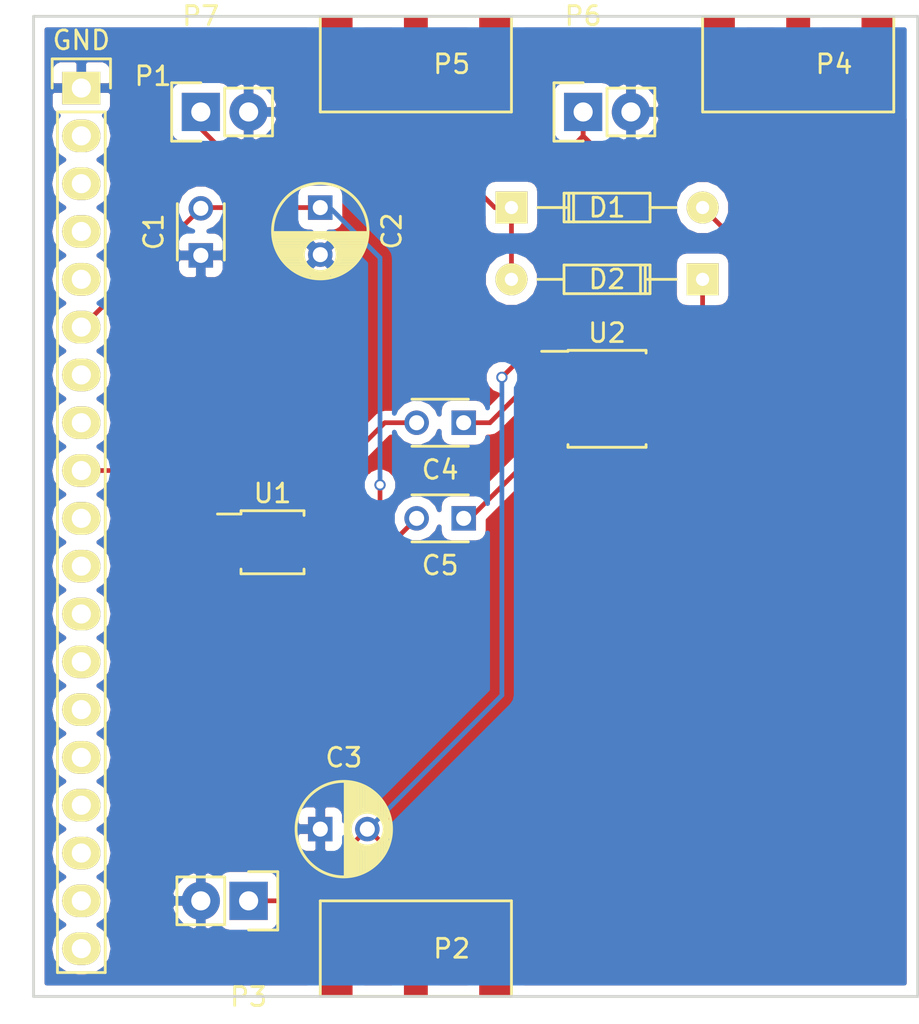
<source format=kicad_pcb>
(kicad_pcb (version 4) (host pcbnew 4.0.4+e1-6308~48~ubuntu16.04.1-stable)

  (general
    (links 35)
    (no_connects 0)
    (area 85.014999 119.304999 132.155001 171.525001)
    (thickness 1.6)
    (drawings 4)
    (tracks 73)
    (zones 0)
    (modules 16)
    (nets 30)
  )

  (page A4)
  (layers
    (0 F.Cu signal)
    (31 B.Cu signal)
    (32 B.Adhes user)
    (33 F.Adhes user)
    (34 B.Paste user)
    (35 F.Paste user)
    (36 B.SilkS user)
    (37 F.SilkS user)
    (38 B.Mask user)
    (39 F.Mask user)
    (40 Dwgs.User user)
    (41 Cmts.User user)
    (42 Eco1.User user)
    (43 Eco2.User user)
    (44 Edge.Cuts user)
    (45 Margin user)
    (46 B.CrtYd user)
    (47 F.CrtYd user)
    (48 B.Fab user)
    (49 F.Fab user)
  )

  (setup
    (last_trace_width 0.25)
    (trace_clearance 0.2)
    (zone_clearance 0.508)
    (zone_45_only no)
    (trace_min 0.2)
    (segment_width 0.2)
    (edge_width 0.15)
    (via_size 0.6)
    (via_drill 0.4)
    (via_min_size 0.4)
    (via_min_drill 0.3)
    (uvia_size 0.3)
    (uvia_drill 0.1)
    (uvias_allowed no)
    (uvia_min_size 0.2)
    (uvia_min_drill 0.1)
    (pcb_text_width 0.3)
    (pcb_text_size 1.5 1.5)
    (mod_edge_width 0.15)
    (mod_text_size 1 1)
    (mod_text_width 0.15)
    (pad_size 1.524 1.524)
    (pad_drill 0.762)
    (pad_to_mask_clearance 0.2)
    (aux_axis_origin 0 0)
    (visible_elements FFFFFF7F)
    (pcbplotparams
      (layerselection 0x00030_80000001)
      (usegerberextensions false)
      (excludeedgelayer true)
      (linewidth 0.100000)
      (plotframeref false)
      (viasonmask false)
      (mode 1)
      (useauxorigin false)
      (hpglpennumber 1)
      (hpglpenspeed 20)
      (hpglpendiameter 15)
      (hpglpenoverlay 2)
      (psnegative false)
      (psa4output false)
      (plotreference true)
      (plotvalue true)
      (plotinvisibletext false)
      (padsonsilk false)
      (subtractmaskfromsilk false)
      (outputformat 1)
      (mirror false)
      (drillshape 1)
      (scaleselection 1)
      (outputdirectory ""))
  )

  (net 0 "")
  (net 1 "Net-(C1-Pad2)")
  (net 2 "Net-(C3-Pad2)")
  (net 3 "Net-(C4-Pad1)")
  (net 4 "Net-(C4-Pad2)")
  (net 5 "Net-(C5-Pad1)")
  (net 6 "Net-(C5-Pad2)")
  (net 7 "Net-(D1-Pad2)")
  (net 8 "Net-(D1-Pad1)")
  (net 9 "Net-(D2-Pad1)")
  (net 10 "Net-(P1-Pad2)")
  (net 11 "Net-(P1-Pad3)")
  (net 12 "Net-(P1-Pad4)")
  (net 13 "Net-(P1-Pad5)")
  (net 14 "Net-(P1-Pad7)")
  (net 15 "Net-(P1-Pad8)")
  (net 16 "Net-(P1-Pad9)")
  (net 17 "Net-(P1-Pad10)")
  (net 18 "Net-(P1-Pad11)")
  (net 19 "Net-(P1-Pad12)")
  (net 20 "Net-(P1-Pad13)")
  (net 21 "Net-(P1-Pad14)")
  (net 22 "Net-(P1-Pad15)")
  (net 23 "Net-(P1-Pad16)")
  (net 24 "Net-(P1-Pad17)")
  (net 25 "Net-(P1-Pad18)")
  (net 26 "Net-(P1-Pad19)")
  (net 27 "Net-(U1-Pad1)")
  (net 28 "Net-(U1-Pad8)")
  (net 29 GND)

  (net_class Default "This is the default net class."
    (clearance 0.2)
    (trace_width 0.25)
    (via_dia 0.6)
    (via_drill 0.4)
    (uvia_dia 0.3)
    (uvia_drill 0.1)
    (add_net GND)
    (add_net "Net-(C1-Pad2)")
    (add_net "Net-(C3-Pad2)")
    (add_net "Net-(C4-Pad1)")
    (add_net "Net-(C4-Pad2)")
    (add_net "Net-(C5-Pad1)")
    (add_net "Net-(C5-Pad2)")
    (add_net "Net-(D1-Pad1)")
    (add_net "Net-(D1-Pad2)")
    (add_net "Net-(D2-Pad1)")
    (add_net "Net-(P1-Pad10)")
    (add_net "Net-(P1-Pad11)")
    (add_net "Net-(P1-Pad12)")
    (add_net "Net-(P1-Pad13)")
    (add_net "Net-(P1-Pad14)")
    (add_net "Net-(P1-Pad15)")
    (add_net "Net-(P1-Pad16)")
    (add_net "Net-(P1-Pad17)")
    (add_net "Net-(P1-Pad18)")
    (add_net "Net-(P1-Pad19)")
    (add_net "Net-(P1-Pad2)")
    (add_net "Net-(P1-Pad3)")
    (add_net "Net-(P1-Pad4)")
    (add_net "Net-(P1-Pad5)")
    (add_net "Net-(P1-Pad7)")
    (add_net "Net-(P1-Pad8)")
    (add_net "Net-(P1-Pad9)")
    (add_net "Net-(U1-Pad1)")
    (add_net "Net-(U1-Pad8)")
  )

  (module Echopen:C_small_TH_echopen (layer F.Cu) (tedit 58406A4B) (tstamp 588B5271)
    (at 93.98 132.08 90)
    (descr "Capacitor 3mm Disc, Pitch 2.5mm")
    (tags Capacitor)
    (path /588A3815)
    (attr smd)
    (fp_text reference C1 (at 1.25 -2.5 90) (layer F.SilkS)
      (effects (font (size 1 1) (thickness 0.15)))
    )
    (fp_text value 100n (at 1.25 2.5 90) (layer F.Fab)
      (effects (font (size 1 1) (thickness 0.15)))
    )
    (fp_line (start -0.9 -1.5) (end 3.4 -1.5) (layer F.CrtYd) (width 0.05))
    (fp_line (start 3.4 -1.5) (end 3.4 1.5) (layer F.CrtYd) (width 0.05))
    (fp_line (start 3.4 1.5) (end -0.9 1.5) (layer F.CrtYd) (width 0.05))
    (fp_line (start -0.9 1.5) (end -0.9 -1.5) (layer F.CrtYd) (width 0.05))
    (fp_line (start -0.25 -1.25) (end 2.75 -1.25) (layer F.SilkS) (width 0.15))
    (fp_line (start 2.75 1.25) (end -0.25 1.25) (layer F.SilkS) (width 0.15))
    (pad 1 thru_hole rect (at 0 0 90) (size 1.3 1.3) (drill 0.8) (layers *.Cu *.Mask)
      (net 29 GND))
    (pad 2 thru_hole circle (at 2.5 0 90) (size 1.3 1.3) (drill 0.8001) (layers *.Cu *.Mask)
      (net 1 "Net-(C1-Pad2)"))
    (model Capacitors_ThroughHole.3dshapes/C_Disc_D3_P2.5.wrl
      (at (xyz 0.049213 0 0))
      (scale (xyz 1 1 1))
      (rotate (xyz 0 0 0))
    )
  )

  (module Echopen:CP_small_TH_echopen (layer F.Cu) (tedit 584056D1) (tstamp 588B5277)
    (at 100.33 129.54 270)
    (descr "Radial Electrolytic Capacitor Diameter 5mm x Length 6mm, Pitch 2.5mm")
    (tags "Electrolytic Capacitor")
    (path /588A3838)
    (attr smd)
    (fp_text reference C2 (at 1.25 -3.8 270) (layer F.SilkS)
      (effects (font (size 1 1) (thickness 0.15)))
    )
    (fp_text value 1u (at 1.25 3.8 270) (layer F.Fab)
      (effects (font (size 1 1) (thickness 0.15)))
    )
    (fp_line (start 1.325 -2.499) (end 1.325 2.499) (layer F.SilkS) (width 0.15))
    (fp_line (start 1.465 -2.491) (end 1.465 2.491) (layer F.SilkS) (width 0.15))
    (fp_line (start 1.605 -2.475) (end 1.605 -0.095) (layer F.SilkS) (width 0.15))
    (fp_line (start 1.605 0.095) (end 1.605 2.475) (layer F.SilkS) (width 0.15))
    (fp_line (start 1.745 -2.451) (end 1.745 -0.49) (layer F.SilkS) (width 0.15))
    (fp_line (start 1.745 0.49) (end 1.745 2.451) (layer F.SilkS) (width 0.15))
    (fp_line (start 1.885 -2.418) (end 1.885 -0.657) (layer F.SilkS) (width 0.15))
    (fp_line (start 1.885 0.657) (end 1.885 2.418) (layer F.SilkS) (width 0.15))
    (fp_line (start 2.025 -2.377) (end 2.025 -0.764) (layer F.SilkS) (width 0.15))
    (fp_line (start 2.025 0.764) (end 2.025 2.377) (layer F.SilkS) (width 0.15))
    (fp_line (start 2.165 -2.327) (end 2.165 -0.835) (layer F.SilkS) (width 0.15))
    (fp_line (start 2.165 0.835) (end 2.165 2.327) (layer F.SilkS) (width 0.15))
    (fp_line (start 2.305 -2.266) (end 2.305 -0.879) (layer F.SilkS) (width 0.15))
    (fp_line (start 2.305 0.879) (end 2.305 2.266) (layer F.SilkS) (width 0.15))
    (fp_line (start 2.445 -2.196) (end 2.445 -0.898) (layer F.SilkS) (width 0.15))
    (fp_line (start 2.445 0.898) (end 2.445 2.196) (layer F.SilkS) (width 0.15))
    (fp_line (start 2.585 -2.114) (end 2.585 -0.896) (layer F.SilkS) (width 0.15))
    (fp_line (start 2.585 0.896) (end 2.585 2.114) (layer F.SilkS) (width 0.15))
    (fp_line (start 2.725 -2.019) (end 2.725 -0.871) (layer F.SilkS) (width 0.15))
    (fp_line (start 2.725 0.871) (end 2.725 2.019) (layer F.SilkS) (width 0.15))
    (fp_line (start 2.865 -1.908) (end 2.865 -0.823) (layer F.SilkS) (width 0.15))
    (fp_line (start 2.865 0.823) (end 2.865 1.908) (layer F.SilkS) (width 0.15))
    (fp_line (start 3.005 -1.78) (end 3.005 -0.745) (layer F.SilkS) (width 0.15))
    (fp_line (start 3.005 0.745) (end 3.005 1.78) (layer F.SilkS) (width 0.15))
    (fp_line (start 3.145 -1.631) (end 3.145 -0.628) (layer F.SilkS) (width 0.15))
    (fp_line (start 3.145 0.628) (end 3.145 1.631) (layer F.SilkS) (width 0.15))
    (fp_line (start 3.285 -1.452) (end 3.285 -0.44) (layer F.SilkS) (width 0.15))
    (fp_line (start 3.285 0.44) (end 3.285 1.452) (layer F.SilkS) (width 0.15))
    (fp_line (start 3.425 -1.233) (end 3.425 1.233) (layer F.SilkS) (width 0.15))
    (fp_line (start 3.565 -0.944) (end 3.565 0.944) (layer F.SilkS) (width 0.15))
    (fp_line (start 3.705 -0.472) (end 3.705 0.472) (layer F.SilkS) (width 0.15))
    (fp_circle (center 2.5 0) (end 2.5 -0.9) (layer F.SilkS) (width 0.15))
    (fp_circle (center 1.25 0) (end 1.25 -2.5375) (layer F.SilkS) (width 0.15))
    (fp_circle (center 1.25 0) (end 1.25 -2.8) (layer F.CrtYd) (width 0.05))
    (pad 1 thru_hole rect (at 0 0 270) (size 1.3 1.3) (drill 0.8) (layers *.Cu *.Mask)
      (net 1 "Net-(C1-Pad2)"))
    (pad 2 thru_hole circle (at 2.5 0 270) (size 1.3 1.3) (drill 0.8) (layers *.Cu *.Mask)
      (net 29 GND))
    (model Capacitors_ThroughHole.3dshapes/C_Radial_D5_L6_P2.5.wrl
      (at (xyz 0.049213 0 0))
      (scale (xyz 1 1 1))
      (rotate (xyz 0 0 90))
    )
  )

  (module Echopen:CP_small_TH_echopen (layer F.Cu) (tedit 584056D1) (tstamp 588B527D)
    (at 100.33 162.56)
    (descr "Radial Electrolytic Capacitor Diameter 5mm x Length 6mm, Pitch 2.5mm")
    (tags "Electrolytic Capacitor")
    (path /588A3A95)
    (attr smd)
    (fp_text reference C3 (at 1.25 -3.8) (layer F.SilkS)
      (effects (font (size 1 1) (thickness 0.15)))
    )
    (fp_text value "10u (250V)" (at 1.25 3.8) (layer F.Fab)
      (effects (font (size 1 1) (thickness 0.15)))
    )
    (fp_line (start 1.325 -2.499) (end 1.325 2.499) (layer F.SilkS) (width 0.15))
    (fp_line (start 1.465 -2.491) (end 1.465 2.491) (layer F.SilkS) (width 0.15))
    (fp_line (start 1.605 -2.475) (end 1.605 -0.095) (layer F.SilkS) (width 0.15))
    (fp_line (start 1.605 0.095) (end 1.605 2.475) (layer F.SilkS) (width 0.15))
    (fp_line (start 1.745 -2.451) (end 1.745 -0.49) (layer F.SilkS) (width 0.15))
    (fp_line (start 1.745 0.49) (end 1.745 2.451) (layer F.SilkS) (width 0.15))
    (fp_line (start 1.885 -2.418) (end 1.885 -0.657) (layer F.SilkS) (width 0.15))
    (fp_line (start 1.885 0.657) (end 1.885 2.418) (layer F.SilkS) (width 0.15))
    (fp_line (start 2.025 -2.377) (end 2.025 -0.764) (layer F.SilkS) (width 0.15))
    (fp_line (start 2.025 0.764) (end 2.025 2.377) (layer F.SilkS) (width 0.15))
    (fp_line (start 2.165 -2.327) (end 2.165 -0.835) (layer F.SilkS) (width 0.15))
    (fp_line (start 2.165 0.835) (end 2.165 2.327) (layer F.SilkS) (width 0.15))
    (fp_line (start 2.305 -2.266) (end 2.305 -0.879) (layer F.SilkS) (width 0.15))
    (fp_line (start 2.305 0.879) (end 2.305 2.266) (layer F.SilkS) (width 0.15))
    (fp_line (start 2.445 -2.196) (end 2.445 -0.898) (layer F.SilkS) (width 0.15))
    (fp_line (start 2.445 0.898) (end 2.445 2.196) (layer F.SilkS) (width 0.15))
    (fp_line (start 2.585 -2.114) (end 2.585 -0.896) (layer F.SilkS) (width 0.15))
    (fp_line (start 2.585 0.896) (end 2.585 2.114) (layer F.SilkS) (width 0.15))
    (fp_line (start 2.725 -2.019) (end 2.725 -0.871) (layer F.SilkS) (width 0.15))
    (fp_line (start 2.725 0.871) (end 2.725 2.019) (layer F.SilkS) (width 0.15))
    (fp_line (start 2.865 -1.908) (end 2.865 -0.823) (layer F.SilkS) (width 0.15))
    (fp_line (start 2.865 0.823) (end 2.865 1.908) (layer F.SilkS) (width 0.15))
    (fp_line (start 3.005 -1.78) (end 3.005 -0.745) (layer F.SilkS) (width 0.15))
    (fp_line (start 3.005 0.745) (end 3.005 1.78) (layer F.SilkS) (width 0.15))
    (fp_line (start 3.145 -1.631) (end 3.145 -0.628) (layer F.SilkS) (width 0.15))
    (fp_line (start 3.145 0.628) (end 3.145 1.631) (layer F.SilkS) (width 0.15))
    (fp_line (start 3.285 -1.452) (end 3.285 -0.44) (layer F.SilkS) (width 0.15))
    (fp_line (start 3.285 0.44) (end 3.285 1.452) (layer F.SilkS) (width 0.15))
    (fp_line (start 3.425 -1.233) (end 3.425 1.233) (layer F.SilkS) (width 0.15))
    (fp_line (start 3.565 -0.944) (end 3.565 0.944) (layer F.SilkS) (width 0.15))
    (fp_line (start 3.705 -0.472) (end 3.705 0.472) (layer F.SilkS) (width 0.15))
    (fp_circle (center 2.5 0) (end 2.5 -0.9) (layer F.SilkS) (width 0.15))
    (fp_circle (center 1.25 0) (end 1.25 -2.5375) (layer F.SilkS) (width 0.15))
    (fp_circle (center 1.25 0) (end 1.25 -2.8) (layer F.CrtYd) (width 0.05))
    (pad 1 thru_hole rect (at 0 0) (size 1.3 1.3) (drill 0.8) (layers *.Cu *.Mask)
      (net 29 GND))
    (pad 2 thru_hole circle (at 2.5 0) (size 1.3 1.3) (drill 0.8) (layers *.Cu *.Mask)
      (net 2 "Net-(C3-Pad2)"))
    (model Capacitors_ThroughHole.3dshapes/C_Radial_D5_L6_P2.5.wrl
      (at (xyz 0.049213 0 0))
      (scale (xyz 1 1 1))
      (rotate (xyz 0 0 90))
    )
  )

  (module Echopen:C_small_TH_echopen (layer F.Cu) (tedit 58406A4B) (tstamp 588B5283)
    (at 107.95 140.97 180)
    (descr "Capacitor 3mm Disc, Pitch 2.5mm")
    (tags Capacitor)
    (path /588B21C0)
    (attr smd)
    (fp_text reference C4 (at 1.25 -2.5 180) (layer F.SilkS)
      (effects (font (size 1 1) (thickness 0.15)))
    )
    (fp_text value 100n (at 1.25 2.5 180) (layer F.Fab)
      (effects (font (size 1 1) (thickness 0.15)))
    )
    (fp_line (start -0.9 -1.5) (end 3.4 -1.5) (layer F.CrtYd) (width 0.05))
    (fp_line (start 3.4 -1.5) (end 3.4 1.5) (layer F.CrtYd) (width 0.05))
    (fp_line (start 3.4 1.5) (end -0.9 1.5) (layer F.CrtYd) (width 0.05))
    (fp_line (start -0.9 1.5) (end -0.9 -1.5) (layer F.CrtYd) (width 0.05))
    (fp_line (start -0.25 -1.25) (end 2.75 -1.25) (layer F.SilkS) (width 0.15))
    (fp_line (start 2.75 1.25) (end -0.25 1.25) (layer F.SilkS) (width 0.15))
    (pad 1 thru_hole rect (at 0 0 180) (size 1.3 1.3) (drill 0.8) (layers *.Cu *.Mask)
      (net 3 "Net-(C4-Pad1)"))
    (pad 2 thru_hole circle (at 2.5 0 180) (size 1.3 1.3) (drill 0.8001) (layers *.Cu *.Mask)
      (net 4 "Net-(C4-Pad2)"))
    (model Capacitors_ThroughHole.3dshapes/C_Disc_D3_P2.5.wrl
      (at (xyz 0.049213 0 0))
      (scale (xyz 1 1 1))
      (rotate (xyz 0 0 0))
    )
  )

  (module Echopen:C_small_TH_echopen (layer F.Cu) (tedit 58406A4B) (tstamp 588B5289)
    (at 107.95 146.05 180)
    (descr "Capacitor 3mm Disc, Pitch 2.5mm")
    (tags Capacitor)
    (path /588B2253)
    (attr smd)
    (fp_text reference C5 (at 1.25 -2.5 180) (layer F.SilkS)
      (effects (font (size 1 1) (thickness 0.15)))
    )
    (fp_text value 100n (at 1.25 2.5 180) (layer F.Fab)
      (effects (font (size 1 1) (thickness 0.15)))
    )
    (fp_line (start -0.9 -1.5) (end 3.4 -1.5) (layer F.CrtYd) (width 0.05))
    (fp_line (start 3.4 -1.5) (end 3.4 1.5) (layer F.CrtYd) (width 0.05))
    (fp_line (start 3.4 1.5) (end -0.9 1.5) (layer F.CrtYd) (width 0.05))
    (fp_line (start -0.9 1.5) (end -0.9 -1.5) (layer F.CrtYd) (width 0.05))
    (fp_line (start -0.25 -1.25) (end 2.75 -1.25) (layer F.SilkS) (width 0.15))
    (fp_line (start 2.75 1.25) (end -0.25 1.25) (layer F.SilkS) (width 0.15))
    (pad 1 thru_hole rect (at 0 0 180) (size 1.3 1.3) (drill 0.8) (layers *.Cu *.Mask)
      (net 5 "Net-(C5-Pad1)"))
    (pad 2 thru_hole circle (at 2.5 0 180) (size 1.3 1.3) (drill 0.8001) (layers *.Cu *.Mask)
      (net 6 "Net-(C5-Pad2)"))
    (model Capacitors_ThroughHole.3dshapes/C_Disc_D3_P2.5.wrl
      (at (xyz 0.049213 0 0))
      (scale (xyz 1 1 1))
      (rotate (xyz 0 0 0))
    )
  )

  (module Echopen:D_TH_common (layer F.Cu) (tedit 580DD903) (tstamp 588B528F)
    (at 110.49 129.54)
    (descr "Diode, DO-35,  SOD27, Horizontal, RM 10mm")
    (tags "Diode, DO-35, SOD27, Horizontal, RM 10mm, 1N4148,")
    (path /588B2FB8)
    (attr smd)
    (fp_text reference D1 (at 5.08 0) (layer F.SilkS)
      (effects (font (size 1 1) (thickness 0.15)))
    )
    (fp_text value 1n4148 (at 5.08 1.27) (layer F.Fab)
      (effects (font (size 1 1) (thickness 0.15)))
    )
    (fp_line (start 7.36652 -0.00254) (end 8.76352 -0.00254) (layer F.SilkS) (width 0.15))
    (fp_line (start 2.92152 -0.00254) (end 1.39752 -0.00254) (layer F.SilkS) (width 0.15))
    (fp_line (start 3.30252 -0.76454) (end 3.30252 0.75946) (layer F.SilkS) (width 0.15))
    (fp_line (start 3.04852 -0.76454) (end 3.04852 0.75946) (layer F.SilkS) (width 0.15))
    (fp_line (start 2.79452 -0.00254) (end 2.79452 0.75946) (layer F.SilkS) (width 0.15))
    (fp_line (start 2.79452 0.75946) (end 7.36652 0.75946) (layer F.SilkS) (width 0.15))
    (fp_line (start 7.36652 0.75946) (end 7.36652 -0.76454) (layer F.SilkS) (width 0.15))
    (fp_line (start 7.36652 -0.76454) (end 2.79452 -0.76454) (layer F.SilkS) (width 0.15))
    (fp_line (start 2.79452 -0.76454) (end 2.79452 -0.00254) (layer F.SilkS) (width 0.15))
    (pad 2 thru_hole circle (at 10.16052 -0.00254 180) (size 1.69926 1.69926) (drill 0.70104) (layers *.Cu *.Mask F.SilkS)
      (net 7 "Net-(D1-Pad2)"))
    (pad 1 thru_hole rect (at 0.00052 -0.00254 180) (size 1.69926 1.69926) (drill 0.70104) (layers *.Cu *.Mask F.SilkS)
      (net 8 "Net-(D1-Pad1)"))
    (model Diodes_ThroughHole.3dshapes/Diode_DO-35_SOD27_Horizontal_RM10.wrl
      (at (xyz 0.2 0 0))
      (scale (xyz 0.4 0.4 0.4))
      (rotate (xyz 0 0 180))
    )
  )

  (module Echopen:D_TH_common (layer F.Cu) (tedit 580DD903) (tstamp 588B5295)
    (at 120.65 133.35 180)
    (descr "Diode, DO-35,  SOD27, Horizontal, RM 10mm")
    (tags "Diode, DO-35, SOD27, Horizontal, RM 10mm, 1N4148,")
    (path /588B3037)
    (attr smd)
    (fp_text reference D2 (at 5.08 0 180) (layer F.SilkS)
      (effects (font (size 1 1) (thickness 0.15)))
    )
    (fp_text value 1n4148 (at 5.08 1.27 180) (layer F.Fab)
      (effects (font (size 1 1) (thickness 0.15)))
    )
    (fp_line (start 7.36652 -0.00254) (end 8.76352 -0.00254) (layer F.SilkS) (width 0.15))
    (fp_line (start 2.92152 -0.00254) (end 1.39752 -0.00254) (layer F.SilkS) (width 0.15))
    (fp_line (start 3.30252 -0.76454) (end 3.30252 0.75946) (layer F.SilkS) (width 0.15))
    (fp_line (start 3.04852 -0.76454) (end 3.04852 0.75946) (layer F.SilkS) (width 0.15))
    (fp_line (start 2.79452 -0.00254) (end 2.79452 0.75946) (layer F.SilkS) (width 0.15))
    (fp_line (start 2.79452 0.75946) (end 7.36652 0.75946) (layer F.SilkS) (width 0.15))
    (fp_line (start 7.36652 0.75946) (end 7.36652 -0.76454) (layer F.SilkS) (width 0.15))
    (fp_line (start 7.36652 -0.76454) (end 2.79452 -0.76454) (layer F.SilkS) (width 0.15))
    (fp_line (start 2.79452 -0.76454) (end 2.79452 -0.00254) (layer F.SilkS) (width 0.15))
    (pad 2 thru_hole circle (at 10.16052 -0.00254) (size 1.69926 1.69926) (drill 0.70104) (layers *.Cu *.Mask F.SilkS)
      (net 8 "Net-(D1-Pad1)"))
    (pad 1 thru_hole rect (at 0.00052 -0.00254) (size 1.69926 1.69926) (drill 0.70104) (layers *.Cu *.Mask F.SilkS)
      (net 9 "Net-(D2-Pad1)"))
    (model Diodes_ThroughHole.3dshapes/Diode_DO-35_SOD27_Horizontal_RM10.wrl
      (at (xyz 0.2 0 0))
      (scale (xyz 0.4 0.4 0.4))
      (rotate (xyz 0 0 180))
    )
  )

  (module Echopen:Header_pin_angled_1x19 (layer F.Cu) (tedit 580DDAA9) (tstamp 588B52AC)
    (at 87.63 146.05)
    (descr "Through hole socket strip")
    (tags "socket strip")
    (path /588A351F)
    (attr smd)
    (fp_text reference P1 (at 3.81 -23.495) (layer F.SilkS)
      (effects (font (size 1 1) (thickness 0.15)))
    )
    (fp_text value CONN_01X19 (at 0.635 26.035) (layer F.Fab)
      (effects (font (size 1 1) (thickness 0.15)))
    )
    (fp_text user GND (at 0 -25.4) (layer F.SilkS)
      (effects (font (size 1 1) (thickness 0.15)))
    )
    (fp_line (start 1.75 -24.61) (end -1.75 -24.61) (layer F.CrtYd) (width 0.05))
    (fp_line (start 1.75 24.64) (end -1.75 24.64) (layer F.CrtYd) (width 0.05))
    (fp_line (start 1.75 -24.61) (end 1.75 24.64) (layer F.CrtYd) (width 0.05))
    (fp_line (start -1.75 -24.61) (end -1.75 24.64) (layer F.CrtYd) (width 0.05))
    (fp_line (start -1.27 -21.59) (end -1.27 24.13) (layer F.SilkS) (width 0.15))
    (fp_line (start -1.27 24.13) (end 1.27 24.13) (layer F.SilkS) (width 0.15))
    (fp_line (start 1.27 24.13) (end 1.27 -21.59) (layer F.SilkS) (width 0.15))
    (fp_line (start -1.55 -24.41) (end -1.55 -22.86) (layer F.SilkS) (width 0.15))
    (fp_line (start -1.27 -21.59) (end 1.27 -21.59) (layer F.SilkS) (width 0.15))
    (fp_line (start 1.55 -22.86) (end 1.55 -24.41) (layer F.SilkS) (width 0.15))
    (fp_line (start 1.55 -24.41) (end -1.55 -24.41) (layer F.SilkS) (width 0.15))
    (pad 1 thru_hole rect (at 0 -22.86 270) (size 1.7272 2.032) (drill 1.016) (layers *.Cu *.Mask F.SilkS)
      (net 29 GND))
    (pad 2 thru_hole oval (at 0 -20.32 270) (size 1.7272 2.032) (drill 1.016) (layers *.Cu *.Mask F.SilkS)
      (net 10 "Net-(P1-Pad2)"))
    (pad 3 thru_hole oval (at 0 -17.78 270) (size 1.7272 2.032) (drill 1.016) (layers *.Cu *.Mask F.SilkS)
      (net 11 "Net-(P1-Pad3)"))
    (pad 4 thru_hole oval (at 0 -15.24 270) (size 1.7272 2.032) (drill 1.016) (layers *.Cu *.Mask F.SilkS)
      (net 12 "Net-(P1-Pad4)"))
    (pad 5 thru_hole oval (at 0 -12.7 270) (size 1.7272 2.032) (drill 1.016) (layers *.Cu *.Mask F.SilkS)
      (net 13 "Net-(P1-Pad5)"))
    (pad 6 thru_hole oval (at 0 -10.16 270) (size 1.7272 2.032) (drill 1.016) (layers *.Cu *.Mask F.SilkS)
      (net 1 "Net-(C1-Pad2)"))
    (pad 7 thru_hole oval (at 0 -7.62 270) (size 1.7272 2.032) (drill 1.016) (layers *.Cu *.Mask F.SilkS)
      (net 14 "Net-(P1-Pad7)"))
    (pad 8 thru_hole oval (at 0 -5.08 270) (size 1.7272 2.032) (drill 1.016) (layers *.Cu *.Mask F.SilkS)
      (net 15 "Net-(P1-Pad8)"))
    (pad 9 thru_hole oval (at 0 -2.54 270) (size 1.7272 2.032) (drill 1.016) (layers *.Cu *.Mask F.SilkS)
      (net 16 "Net-(P1-Pad9)"))
    (pad 10 thru_hole oval (at 0 0 270) (size 1.7272 2.032) (drill 1.016) (layers *.Cu *.Mask F.SilkS)
      (net 17 "Net-(P1-Pad10)"))
    (pad 11 thru_hole oval (at 0 2.54 270) (size 1.7272 2.032) (drill 1.016) (layers *.Cu *.Mask F.SilkS)
      (net 18 "Net-(P1-Pad11)"))
    (pad 12 thru_hole oval (at 0 5.08 270) (size 1.7272 2.032) (drill 1.016) (layers *.Cu *.Mask F.SilkS)
      (net 19 "Net-(P1-Pad12)"))
    (pad 13 thru_hole oval (at 0 7.62 270) (size 1.7272 2.032) (drill 1.016) (layers *.Cu *.Mask F.SilkS)
      (net 20 "Net-(P1-Pad13)"))
    (pad 14 thru_hole oval (at 0 10.16 270) (size 1.7272 2.032) (drill 1.016) (layers *.Cu *.Mask F.SilkS)
      (net 21 "Net-(P1-Pad14)"))
    (pad 15 thru_hole oval (at 0 12.7 270) (size 1.7272 2.032) (drill 1.016) (layers *.Cu *.Mask F.SilkS)
      (net 22 "Net-(P1-Pad15)"))
    (pad 16 thru_hole oval (at 0 15.24 270) (size 1.7272 2.032) (drill 1.016) (layers *.Cu *.Mask F.SilkS)
      (net 23 "Net-(P1-Pad16)"))
    (pad 17 thru_hole oval (at 0 17.78 270) (size 1.7272 2.032) (drill 1.016) (layers *.Cu *.Mask F.SilkS)
      (net 24 "Net-(P1-Pad17)"))
    (pad 18 thru_hole oval (at 0 20.32 270) (size 1.7272 2.032) (drill 1.016) (layers *.Cu *.Mask F.SilkS)
      (net 25 "Net-(P1-Pad18)"))
    (pad 19 thru_hole oval (at 0 22.86 270) (size 1.7272 2.032) (drill 1.016) (layers *.Cu *.Mask F.SilkS)
      (net 26 "Net-(P1-Pad19)"))
    (model Pin_Headers.3dshapes/Pin_Header_Angled_1x19.wrl
      (at (xyz 0 0 0))
      (scale (xyz 1 1 1))
      (rotate (xyz 0 0 -90))
    )
  )

  (module Echopen:SMA (layer F.Cu) (tedit 580DD950) (tstamp 588B52B3)
    (at 105.41 168.91)
    (path /588A394B)
    (attr smd)
    (fp_text reference P2 (at 1.905 0) (layer F.SilkS)
      (effects (font (size 1 1) (thickness 0.15)))
    )
    (fp_text value SMA (at -2.54 0) (layer F.Fab)
      (effects (font (size 1 1) (thickness 0.15)))
    )
    (fp_line (start -5.08 -2.54) (end 5.08 -2.54) (layer F.SilkS) (width 0.15))
    (fp_line (start 5.08 -2.54) (end 5.08 2.54) (layer F.SilkS) (width 0.15))
    (fp_line (start 5.08 2.54) (end -5.08 2.54) (layer F.SilkS) (width 0.15))
    (fp_line (start -5.08 2.54) (end -5.08 -2.54) (layer F.SilkS) (width 0.15))
    (pad 2 smd rect (at -4.2545 0) (size 1.778 5.08) (layers *.Paste *.Mask F.Cu)
      (net 29 GND))
    (pad 2 smd rect (at 4.2545 0) (size 1.778 5.08) (layers *.Paste *.Mask F.Cu)
      (net 29 GND))
    (pad 1 smd rect (at 0 0) (size 1.27 5.08) (layers F.Cu F.Paste F.Mask)
      (net 2 "Net-(C3-Pad2)"))
    (model ../../../../../home/echopen/Bureau/GitHub/electronic/kicad/Librairy/3d/sma_90_r300.124.403.wrl
      (at (xyz 0 -0.15 0))
      (scale (xyz 0.9 0.9 0.9))
      (rotate (xyz 0 0 0))
    )
  )

  (module Echopen:Socket_1x02 (layer F.Cu) (tedit 58405851) (tstamp 588B52B9)
    (at 96.52 166.37 180)
    (descr "Through hole socket strip")
    (tags "socket strip")
    (path /588A3990)
    (attr smd)
    (fp_text reference P3 (at 0 -5.1 180) (layer F.SilkS)
      (effects (font (size 1 1) (thickness 0.15)))
    )
    (fp_text value CONN_01X02 (at 0 -3.1 180) (layer F.Fab)
      (effects (font (size 1 1) (thickness 0.15)))
    )
    (fp_line (start -1.55 1.55) (end 0 1.55) (layer F.SilkS) (width 0.15))
    (fp_line (start 3.81 1.27) (end 1.27 1.27) (layer F.SilkS) (width 0.15))
    (fp_line (start -1.75 -1.75) (end -1.75 1.75) (layer F.CrtYd) (width 0.05))
    (fp_line (start 4.3 -1.75) (end 4.3 1.75) (layer F.CrtYd) (width 0.05))
    (fp_line (start -1.75 -1.75) (end 4.3 -1.75) (layer F.CrtYd) (width 0.05))
    (fp_line (start -1.75 1.75) (end 4.3 1.75) (layer F.CrtYd) (width 0.05))
    (fp_line (start 1.27 1.27) (end 1.27 -1.27) (layer F.SilkS) (width 0.15))
    (fp_line (start 0 -1.55) (end -1.55 -1.55) (layer F.SilkS) (width 0.15))
    (fp_line (start -1.55 -1.55) (end -1.55 1.55) (layer F.SilkS) (width 0.15))
    (fp_line (start 1.27 -1.27) (end 3.81 -1.27) (layer F.SilkS) (width 0.15))
    (fp_line (start 3.81 -1.27) (end 3.81 1.27) (layer F.SilkS) (width 0.15))
    (pad 1 thru_hole rect (at 0 0 180) (size 2.032 2.032) (drill 1.016) (layers *.Cu *.Mask)
      (net 2 "Net-(C3-Pad2)"))
    (pad 2 thru_hole oval (at 2.54 0 180) (size 2.032 2.032) (drill 1.016) (layers *.Cu *.Mask)
      (net 29 GND))
    (model Socket_Strips.3dshapes/Socket_Strip_Straight_1x02.wrl
      (at (xyz 0.05 0 0))
      (scale (xyz 1 1 1))
      (rotate (xyz 0 0 180))
    )
  )

  (module Echopen:SMA (layer F.Cu) (tedit 580DD950) (tstamp 588B52C0)
    (at 125.73 121.92)
    (path /588B319C)
    (attr smd)
    (fp_text reference P4 (at 1.905 0) (layer F.SilkS)
      (effects (font (size 1 1) (thickness 0.15)))
    )
    (fp_text value SMA (at -2.54 0) (layer F.Fab)
      (effects (font (size 1 1) (thickness 0.15)))
    )
    (fp_line (start -5.08 -2.54) (end 5.08 -2.54) (layer F.SilkS) (width 0.15))
    (fp_line (start 5.08 -2.54) (end 5.08 2.54) (layer F.SilkS) (width 0.15))
    (fp_line (start 5.08 2.54) (end -5.08 2.54) (layer F.SilkS) (width 0.15))
    (fp_line (start -5.08 2.54) (end -5.08 -2.54) (layer F.SilkS) (width 0.15))
    (pad 2 smd rect (at -4.2545 0) (size 1.778 5.08) (layers *.Paste *.Mask F.Cu)
      (net 29 GND))
    (pad 2 smd rect (at 4.2545 0) (size 1.778 5.08) (layers *.Paste *.Mask F.Cu)
      (net 29 GND))
    (pad 1 smd rect (at 0 0) (size 1.27 5.08) (layers F.Cu F.Paste F.Mask)
      (net 8 "Net-(D1-Pad1)"))
    (model ../../../../../home/echopen/Bureau/GitHub/electronic/kicad/Librairy/3d/sma_90_r300.124.403.wrl
      (at (xyz 0 -0.15 0))
      (scale (xyz 0.9 0.9 0.9))
      (rotate (xyz 0 0 0))
    )
  )

  (module Echopen:SMA (layer F.Cu) (tedit 580DD950) (tstamp 588B52C7)
    (at 105.41 121.92)
    (path /588B314F)
    (attr smd)
    (fp_text reference P5 (at 1.905 0) (layer F.SilkS)
      (effects (font (size 1 1) (thickness 0.15)))
    )
    (fp_text value SMA (at -2.54 0) (layer F.Fab)
      (effects (font (size 1 1) (thickness 0.15)))
    )
    (fp_line (start -5.08 -2.54) (end 5.08 -2.54) (layer F.SilkS) (width 0.15))
    (fp_line (start 5.08 -2.54) (end 5.08 2.54) (layer F.SilkS) (width 0.15))
    (fp_line (start 5.08 2.54) (end -5.08 2.54) (layer F.SilkS) (width 0.15))
    (fp_line (start -5.08 2.54) (end -5.08 -2.54) (layer F.SilkS) (width 0.15))
    (pad 2 smd rect (at -4.2545 0) (size 1.778 5.08) (layers *.Paste *.Mask F.Cu)
      (net 29 GND))
    (pad 2 smd rect (at 4.2545 0) (size 1.778 5.08) (layers *.Paste *.Mask F.Cu)
      (net 29 GND))
    (pad 1 smd rect (at 0 0) (size 1.27 5.08) (layers F.Cu F.Paste F.Mask)
      (net 8 "Net-(D1-Pad1)"))
    (model ../../../../../home/echopen/Bureau/GitHub/electronic/kicad/Librairy/3d/sma_90_r300.124.403.wrl
      (at (xyz 0 -0.15 0))
      (scale (xyz 0.9 0.9 0.9))
      (rotate (xyz 0 0 0))
    )
  )

  (module Echopen:Socket_1x02 (layer F.Cu) (tedit 58405851) (tstamp 588B52CD)
    (at 114.3 124.46)
    (descr "Through hole socket strip")
    (tags "socket strip")
    (path /588B338C)
    (attr smd)
    (fp_text reference P6 (at 0 -5.1) (layer F.SilkS)
      (effects (font (size 1 1) (thickness 0.15)))
    )
    (fp_text value CONN_01X02 (at 0 -3.1) (layer F.Fab)
      (effects (font (size 1 1) (thickness 0.15)))
    )
    (fp_line (start -1.55 1.55) (end 0 1.55) (layer F.SilkS) (width 0.15))
    (fp_line (start 3.81 1.27) (end 1.27 1.27) (layer F.SilkS) (width 0.15))
    (fp_line (start -1.75 -1.75) (end -1.75 1.75) (layer F.CrtYd) (width 0.05))
    (fp_line (start 4.3 -1.75) (end 4.3 1.75) (layer F.CrtYd) (width 0.05))
    (fp_line (start -1.75 -1.75) (end 4.3 -1.75) (layer F.CrtYd) (width 0.05))
    (fp_line (start -1.75 1.75) (end 4.3 1.75) (layer F.CrtYd) (width 0.05))
    (fp_line (start 1.27 1.27) (end 1.27 -1.27) (layer F.SilkS) (width 0.15))
    (fp_line (start 0 -1.55) (end -1.55 -1.55) (layer F.SilkS) (width 0.15))
    (fp_line (start -1.55 -1.55) (end -1.55 1.55) (layer F.SilkS) (width 0.15))
    (fp_line (start 1.27 -1.27) (end 3.81 -1.27) (layer F.SilkS) (width 0.15))
    (fp_line (start 3.81 -1.27) (end 3.81 1.27) (layer F.SilkS) (width 0.15))
    (pad 1 thru_hole rect (at 0 0) (size 2.032 2.032) (drill 1.016) (layers *.Cu *.Mask)
      (net 8 "Net-(D1-Pad1)"))
    (pad 2 thru_hole oval (at 2.54 0) (size 2.032 2.032) (drill 1.016) (layers *.Cu *.Mask)
      (net 29 GND))
    (model Socket_Strips.3dshapes/Socket_Strip_Straight_1x02.wrl
      (at (xyz 0.05 0 0))
      (scale (xyz 1 1 1))
      (rotate (xyz 0 0 180))
    )
  )

  (module Echopen:Socket_1x02 (layer F.Cu) (tedit 58405851) (tstamp 588B52D3)
    (at 93.98 124.46)
    (descr "Through hole socket strip")
    (tags "socket strip")
    (path /588B3421)
    (attr smd)
    (fp_text reference P7 (at 0 -5.1) (layer F.SilkS)
      (effects (font (size 1 1) (thickness 0.15)))
    )
    (fp_text value CONN_01X02 (at 0 -3.1) (layer F.Fab)
      (effects (font (size 1 1) (thickness 0.15)))
    )
    (fp_line (start -1.55 1.55) (end 0 1.55) (layer F.SilkS) (width 0.15))
    (fp_line (start 3.81 1.27) (end 1.27 1.27) (layer F.SilkS) (width 0.15))
    (fp_line (start -1.75 -1.75) (end -1.75 1.75) (layer F.CrtYd) (width 0.05))
    (fp_line (start 4.3 -1.75) (end 4.3 1.75) (layer F.CrtYd) (width 0.05))
    (fp_line (start -1.75 -1.75) (end 4.3 -1.75) (layer F.CrtYd) (width 0.05))
    (fp_line (start -1.75 1.75) (end 4.3 1.75) (layer F.CrtYd) (width 0.05))
    (fp_line (start 1.27 1.27) (end 1.27 -1.27) (layer F.SilkS) (width 0.15))
    (fp_line (start 0 -1.55) (end -1.55 -1.55) (layer F.SilkS) (width 0.15))
    (fp_line (start -1.55 -1.55) (end -1.55 1.55) (layer F.SilkS) (width 0.15))
    (fp_line (start 1.27 -1.27) (end 3.81 -1.27) (layer F.SilkS) (width 0.15))
    (fp_line (start 3.81 -1.27) (end 3.81 1.27) (layer F.SilkS) (width 0.15))
    (pad 1 thru_hole rect (at 0 0) (size 2.032 2.032) (drill 1.016) (layers *.Cu *.Mask)
      (net 8 "Net-(D1-Pad1)"))
    (pad 2 thru_hole oval (at 2.54 0) (size 2.032 2.032) (drill 1.016) (layers *.Cu *.Mask)
      (net 29 GND))
    (model Socket_Strips.3dshapes/Socket_Strip_Straight_1x02.wrl
      (at (xyz 0.05 0 0))
      (scale (xyz 1 1 1))
      (rotate (xyz 0 0 180))
    )
  )

  (module Echopen:MSOP-8 (layer F.Cu) (tedit 588B4A0F) (tstamp 588B52DF)
    (at 97.79 147.32)
    (descr "8-Lead Plastic Micro Small Outline Package (MS) [MSOP] (see Microchip Packaging Specification 00000049BS.pdf)")
    (tags "SSOP 0.65")
    (path /588B2061)
    (attr smd)
    (fp_text reference U1 (at 0 -2.6) (layer F.SilkS)
      (effects (font (size 1 1) (thickness 0.15)))
    )
    (fp_text value MOSFET_driver (at 0 2.6) (layer F.Fab)
      (effects (font (size 1 1) (thickness 0.15)))
    )
    (fp_line (start -0.5 -1.5) (end 1.5 -1.5) (layer F.Fab) (width 0.15))
    (fp_line (start 1.5 -1.5) (end 1.5 1.5) (layer F.Fab) (width 0.15))
    (fp_line (start 1.5 1.5) (end -1.5 1.5) (layer F.Fab) (width 0.15))
    (fp_line (start -1.5 1.5) (end -1.5 -0.5) (layer F.Fab) (width 0.15))
    (fp_line (start -1.5 -0.5) (end -0.5 -1.5) (layer F.Fab) (width 0.15))
    (fp_line (start -3.2 -1.85) (end -3.2 1.85) (layer F.CrtYd) (width 0.05))
    (fp_line (start 3.2 -1.85) (end 3.2 1.85) (layer F.CrtYd) (width 0.05))
    (fp_line (start -3.2 -1.85) (end 3.2 -1.85) (layer F.CrtYd) (width 0.05))
    (fp_line (start -3.2 1.85) (end 3.2 1.85) (layer F.CrtYd) (width 0.05))
    (fp_line (start -1.675 -1.675) (end -1.675 -1.5) (layer F.SilkS) (width 0.15))
    (fp_line (start 1.675 -1.675) (end 1.675 -1.425) (layer F.SilkS) (width 0.15))
    (fp_line (start 1.675 1.675) (end 1.675 1.425) (layer F.SilkS) (width 0.15))
    (fp_line (start -1.675 1.675) (end -1.675 1.425) (layer F.SilkS) (width 0.15))
    (fp_line (start -1.675 -1.675) (end 1.675 -1.675) (layer F.SilkS) (width 0.15))
    (fp_line (start -1.675 1.675) (end 1.675 1.675) (layer F.SilkS) (width 0.15))
    (fp_line (start -1.675 -1.5) (end -2.925 -1.5) (layer F.SilkS) (width 0.15))
    (pad 1 smd rect (at -2.2 -0.975) (size 1.45 0.45) (layers F.Cu F.Paste F.Mask)
      (net 27 "Net-(U1-Pad1)"))
    (pad 2 smd rect (at -2.2 -0.325) (size 1.45 0.45) (layers F.Cu F.Paste F.Mask)
      (net 16 "Net-(P1-Pad9)"))
    (pad 3 smd rect (at -2.2 0.325) (size 1.45 0.45) (layers F.Cu F.Paste F.Mask)
      (net 29 GND))
    (pad 4 smd rect (at -2.2 0.975) (size 1.45 0.45) (layers F.Cu F.Paste F.Mask)
      (net 16 "Net-(P1-Pad9)"))
    (pad 5 smd rect (at 2.2 0.975) (size 1.45 0.45) (layers F.Cu F.Paste F.Mask)
      (net 6 "Net-(C5-Pad2)"))
    (pad 6 smd rect (at 2.2 0.325) (size 1.45 0.45) (layers F.Cu F.Paste F.Mask)
      (net 1 "Net-(C1-Pad2)"))
    (pad 7 smd rect (at 2.2 -0.325) (size 1.45 0.45) (layers F.Cu F.Paste F.Mask)
      (net 4 "Net-(C4-Pad2)"))
    (pad 8 smd rect (at 2.2 -0.975) (size 1.45 0.45) (layers F.Cu F.Paste F.Mask)
      (net 28 "Net-(U1-Pad8)"))
    (model Housings_SSOP.3dshapes/MSOP-8_3x3mm_Pitch0.65mm.wrl
      (at (xyz 0 0 0))
      (scale (xyz 1 1 1))
      (rotate (xyz 0 0 0))
    )
  )

  (module Echopen:SOIC-8 (layer F.Cu) (tedit 588B46E1) (tstamp 588B52EB)
    (at 115.57 139.7)
    (descr "8-Lead Plastic Small Outline (SN) - Narrow, 3.90 mm Body [SOIC] (see Microchip Packaging Specification 00000049BS.pdf)")
    (tags "SOIC 1.27")
    (path /588B2411)
    (attr smd)
    (fp_text reference U2 (at 0 -3.5) (layer F.SilkS)
      (effects (font (size 1 1) (thickness 0.15)))
    )
    (fp_text value TC6320 (at 0 3.5) (layer F.Fab)
      (effects (font (size 1 1) (thickness 0.15)))
    )
    (fp_line (start -0.95 -2.45) (end 1.95 -2.45) (layer F.Fab) (width 0.15))
    (fp_line (start 1.95 -2.45) (end 1.95 2.45) (layer F.Fab) (width 0.15))
    (fp_line (start 1.95 2.45) (end -1.95 2.45) (layer F.Fab) (width 0.15))
    (fp_line (start -1.95 2.45) (end -1.95 -1.45) (layer F.Fab) (width 0.15))
    (fp_line (start -1.95 -1.45) (end -0.95 -2.45) (layer F.Fab) (width 0.15))
    (fp_line (start -3.75 -2.75) (end -3.75 2.75) (layer F.CrtYd) (width 0.05))
    (fp_line (start 3.75 -2.75) (end 3.75 2.75) (layer F.CrtYd) (width 0.05))
    (fp_line (start -3.75 -2.75) (end 3.75 -2.75) (layer F.CrtYd) (width 0.05))
    (fp_line (start -3.75 2.75) (end 3.75 2.75) (layer F.CrtYd) (width 0.05))
    (fp_line (start -2.075 -2.575) (end -2.075 -2.525) (layer F.SilkS) (width 0.15))
    (fp_line (start 2.075 -2.575) (end 2.075 -2.43) (layer F.SilkS) (width 0.15))
    (fp_line (start 2.075 2.575) (end 2.075 2.43) (layer F.SilkS) (width 0.15))
    (fp_line (start -2.075 2.575) (end -2.075 2.43) (layer F.SilkS) (width 0.15))
    (fp_line (start -2.075 -2.575) (end 2.075 -2.575) (layer F.SilkS) (width 0.15))
    (fp_line (start -2.075 2.575) (end 2.075 2.575) (layer F.SilkS) (width 0.15))
    (fp_line (start -2.075 -2.525) (end -3.475 -2.525) (layer F.SilkS) (width 0.15))
    (pad 1 smd rect (at -2.85 -1.905) (size 1.8 0.6) (layers F.Cu F.Paste F.Mask)
      (net 2 "Net-(C3-Pad2)"))
    (pad 2 smd rect (at -2.85 -0.635) (size 1.8 0.6) (layers F.Cu F.Paste F.Mask)
      (net 3 "Net-(C4-Pad1)"))
    (pad 3 smd rect (at -2.85 0.635) (size 1.8 0.6) (layers F.Cu F.Paste F.Mask)
      (net 29 GND))
    (pad 4 smd rect (at -2.85 1.905) (size 1.8 0.6) (layers F.Cu F.Paste F.Mask)
      (net 5 "Net-(C5-Pad1)"))
    (pad 5 smd rect (at 2.85 1.905) (size 1.8 0.6) (layers F.Cu F.Paste F.Mask)
      (net 7 "Net-(D1-Pad2)"))
    (pad 6 smd rect (at 2.85 0.635) (size 1.8 0.6) (layers F.Cu F.Paste F.Mask)
      (net 7 "Net-(D1-Pad2)"))
    (pad 7 smd rect (at 2.85 -0.635) (size 1.8 0.6) (layers F.Cu F.Paste F.Mask)
      (net 9 "Net-(D2-Pad1)"))
    (pad 8 smd rect (at 2.85 -1.905) (size 1.8 0.6) (layers F.Cu F.Paste F.Mask)
      (net 9 "Net-(D2-Pad1)"))
    (model Housings_SOIC.3dshapes/SOIC-8_3.9x4.9mm_Pitch1.27mm.wrl
      (at (xyz 0 0 0))
      (scale (xyz 1 1 1))
      (rotate (xyz 0 0 0))
    )
  )

  (gr_line (start 132.08 171.45) (end 85.09 171.45) (angle 90) (layer Edge.Cuts) (width 0.15))
  (gr_line (start 132.08 119.38) (end 132.08 171.45) (angle 90) (layer Edge.Cuts) (width 0.15))
  (gr_line (start 85.09 119.38) (end 132.08 119.38) (angle 90) (layer Edge.Cuts) (width 0.15))
  (gr_line (start 85.09 171.45) (end 85.09 119.38) (angle 90) (layer Edge.Cuts) (width 0.15))

  (segment (start 100.33 129.54) (end 100.838 129.54) (width 0.25) (layer B.Cu) (net 1))
  (segment (start 100.838 129.54) (end 103.505 132.207) (width 0.25) (layer B.Cu) (net 1) (tstamp 588B5C71))
  (segment (start 102.235 147.574) (end 100.061 147.574) (width 0.25) (layer F.Cu) (net 1) (tstamp 588B5C7B))
  (segment (start 103.505 146.304) (end 102.235 147.574) (width 0.25) (layer F.Cu) (net 1) (tstamp 588B5C7A))
  (segment (start 103.505 144.272) (end 103.505 146.304) (width 0.25) (layer F.Cu) (net 1) (tstamp 588B5C79))
  (via (at 103.505 144.272) (size 0.6) (drill 0.4) (layers F.Cu B.Cu) (net 1))
  (segment (start 103.505 132.207) (end 103.505 144.272) (width 0.25) (layer B.Cu) (net 1) (tstamp 588B5C73))
  (segment (start 100.061 147.574) (end 99.99 147.645) (width 0.25) (layer F.Cu) (net 1) (tstamp 588B5C7C))
  (segment (start 87.63 135.89) (end 87.67 135.89) (width 0.25) (layer F.Cu) (net 1))
  (segment (start 87.67 135.89) (end 94.02 129.54) (width 0.25) (layer F.Cu) (net 1) (tstamp 588B5BFB))
  (segment (start 94.02 129.54) (end 100.33 129.54) (width 0.25) (layer F.Cu) (net 1) (tstamp 588B5BFD))
  (segment (start 100.29 129.58) (end 100.33 129.54) (width 0.25) (layer B.Cu) (net 1) (tstamp 588B5B63))
  (segment (start 102.83 162.56) (end 102.87 162.56) (width 0.25) (layer B.Cu) (net 2))
  (segment (start 102.87 162.56) (end 109.982 155.448) (width 0.25) (layer B.Cu) (net 2) (tstamp 588B5D06))
  (segment (start 110.744 137.795) (end 112.72 137.795) (width 0.25) (layer F.Cu) (net 2) (tstamp 588B5D11))
  (segment (start 109.982 138.557) (end 110.744 137.795) (width 0.25) (layer F.Cu) (net 2) (tstamp 588B5D10))
  (via (at 109.982 138.557) (size 0.6) (drill 0.4) (layers F.Cu B.Cu) (net 2))
  (segment (start 109.982 155.448) (end 109.982 138.557) (width 0.25) (layer B.Cu) (net 2) (tstamp 588B5D08))
  (segment (start 102.87 162.56) (end 105.41 165.1) (width 0.25) (layer F.Cu) (net 2) (tstamp 588B5C0A))
  (segment (start 105.41 165.1) (end 105.41 168.91) (width 0.25) (layer F.Cu) (net 2) (tstamp 588B5C0C))
  (segment (start 96.52 166.37) (end 99.02 166.37) (width 0.25) (layer F.Cu) (net 2))
  (segment (start 99.02 166.37) (end 102.83 162.56) (width 0.25) (layer F.Cu) (net 2) (tstamp 588B5C05))
  (segment (start 107.95 140.97) (end 109.347 140.97) (width 0.25) (layer F.Cu) (net 3))
  (segment (start 111.252 139.065) (end 112.72 139.065) (width 0.25) (layer F.Cu) (net 3) (tstamp 588B5C4D))
  (segment (start 109.347 140.97) (end 111.252 139.065) (width 0.25) (layer F.Cu) (net 3) (tstamp 588B5C4B))
  (segment (start 105.45 140.97) (end 103.759 140.97) (width 0.25) (layer F.Cu) (net 4))
  (segment (start 101.417 146.995) (end 99.99 146.995) (width 0.25) (layer F.Cu) (net 4) (tstamp 588B5C3F))
  (segment (start 102.108 146.304) (end 101.417 146.995) (width 0.25) (layer F.Cu) (net 4) (tstamp 588B5C3E))
  (segment (start 102.108 142.621) (end 102.108 146.304) (width 0.25) (layer F.Cu) (net 4) (tstamp 588B5C3A))
  (segment (start 103.759 140.97) (end 102.108 142.621) (width 0.25) (layer F.Cu) (net 4) (tstamp 588B5C39))
  (segment (start 107.95 146.05) (end 108.275 146.05) (width 0.25) (layer F.Cu) (net 5))
  (segment (start 108.275 146.05) (end 112.72 141.605) (width 0.25) (layer F.Cu) (net 5) (tstamp 588B5C48))
  (segment (start 99.99 148.295) (end 103.205 148.295) (width 0.25) (layer F.Cu) (net 6))
  (segment (start 103.205 148.295) (end 105.45 146.05) (width 0.25) (layer F.Cu) (net 6) (tstamp 588B5C43))
  (segment (start 118.42 141.605) (end 118.42 140.335) (width 0.25) (layer F.Cu) (net 7))
  (segment (start 118.42 140.335) (end 120.904 140.335) (width 0.25) (layer F.Cu) (net 7) (tstamp 588B5D26))
  (segment (start 120.904 140.335) (end 123.317 137.922) (width 0.25) (layer F.Cu) (net 7) (tstamp 588B5D27))
  (segment (start 123.317 137.922) (end 123.317 132.20394) (width 0.25) (layer F.Cu) (net 7) (tstamp 588B5D2E))
  (segment (start 123.317 132.20394) (end 120.65052 129.53746) (width 0.25) (layer F.Cu) (net 7) (tstamp 588B5D33))
  (segment (start 105.41 121.92) (end 105.41 125.349) (width 0.25) (layer F.Cu) (net 8))
  (segment (start 105.41 125.349) (end 109.59846 129.53746) (width 0.25) (layer F.Cu) (net 8) (tstamp 588B60B3))
  (segment (start 109.59846 129.53746) (end 110.49052 129.53746) (width 0.25) (layer F.Cu) (net 8) (tstamp 588B60C1))
  (segment (start 113.284 126.746) (end 114.3 125.73) (width 0.25) (layer F.Cu) (net 8) (tstamp 588B5D76))
  (segment (start 106.807 126.746) (end 113.284 126.746) (width 0.25) (layer F.Cu) (net 8) (tstamp 588B5D72))
  (segment (start 105.41 125.349) (end 106.807 126.746) (width 0.25) (layer F.Cu) (net 8) (tstamp 588B5D6B))
  (segment (start 114.3 125.73) (end 114.3 124.46) (width 0.25) (layer F.Cu) (net 8) (tstamp 588B5D79))
  (segment (start 93.98 124.46) (end 93.98 125.349) (width 0.25) (layer F.Cu) (net 8))
  (segment (start 93.98 125.349) (end 96.012 127.381) (width 0.25) (layer F.Cu) (net 8) (tstamp 588B5D5F))
  (segment (start 96.012 127.381) (end 103.505 127.381) (width 0.25) (layer F.Cu) (net 8) (tstamp 588B5D63))
  (segment (start 103.505 127.381) (end 105.41 125.476) (width 0.25) (layer F.Cu) (net 8) (tstamp 588B5D65))
  (segment (start 105.41 125.476) (end 105.41 121.92) (width 0.25) (layer F.Cu) (net 8) (tstamp 588B5D67))
  (segment (start 110.48948 133.35254) (end 110.48948 129.5385) (width 0.25) (layer F.Cu) (net 8))
  (segment (start 110.48948 129.5385) (end 110.49052 129.53746) (width 0.25) (layer F.Cu) (net 8) (tstamp 588B5D4B))
  (segment (start 114.3 124.46) (end 114.3 125.73) (width 0.25) (layer F.Cu) (net 8))
  (segment (start 125.73 125.095) (end 125.73 121.92) (width 0.25) (layer F.Cu) (net 8) (tstamp 588B5D47))
  (segment (start 114.3 125.73) (end 115.062 126.492) (width 0.25) (layer F.Cu) (net 8) (tstamp 588B5D3B))
  (segment (start 115.062 126.492) (end 124.333 126.492) (width 0.25) (layer F.Cu) (net 8) (tstamp 588B5D3E))
  (segment (start 124.333 126.492) (end 125.73 125.095) (width 0.25) (layer F.Cu) (net 8) (tstamp 588B5D45))
  (segment (start 118.42 139.065) (end 118.42 137.795) (width 0.25) (layer F.Cu) (net 9))
  (segment (start 118.42 137.795) (end 120.64948 135.56552) (width 0.25) (layer F.Cu) (net 9) (tstamp 588B5D16))
  (segment (start 120.64948 135.56552) (end 120.64948 133.35254) (width 0.25) (layer F.Cu) (net 9) (tstamp 588B5D17))
  (segment (start 93.274 146.995) (end 94.615 148.336) (width 0.25) (layer F.Cu) (net 16))
  (segment (start 94.615 148.336) (end 95.549 148.336) (width 0.25) (layer F.Cu) (net 16) (tstamp 588B5CC1))
  (segment (start 95.549 148.336) (end 95.59 148.295) (width 0.25) (layer F.Cu) (net 16) (tstamp 588B5CC4))
  (segment (start 87.63 143.51) (end 89.789 143.51) (width 0.25) (layer F.Cu) (net 16))
  (segment (start 93.274 146.995) (end 93.472 146.995) (width 0.25) (layer F.Cu) (net 16) (tstamp 588B5C1D))
  (segment (start 93.472 146.995) (end 95.59 146.995) (width 0.25) (layer F.Cu) (net 16) (tstamp 588B5CBA))
  (segment (start 89.789 143.51) (end 93.274 146.995) (width 0.25) (layer F.Cu) (net 16) (tstamp 588B5C1B))
  (segment (start 95.59 147.645) (end 97.353 147.645) (width 0.25) (layer F.Cu) (net 29))
  (segment (start 93.98 136.017) (end 93.98 132.08) (width 0.25) (layer F.Cu) (net 29) (tstamp 588B608E))
  (segment (start 97.663 139.7) (end 93.98 136.017) (width 0.25) (layer F.Cu) (net 29) (tstamp 588B608C))
  (segment (start 97.663 147.335) (end 97.663 139.7) (width 0.25) (layer F.Cu) (net 29) (tstamp 588B608B))
  (segment (start 97.353 147.645) (end 97.663 147.335) (width 0.25) (layer F.Cu) (net 29) (tstamp 588B608A))

  (zone (net 29) (net_name GND) (layer F.Cu) (tstamp 588B5FA4) (hatch edge 0.508)
    (connect_pads (clearance 0.508))
    (min_thickness 0.254)
    (fill yes (arc_segments 16) (thermal_gap 0.508) (thermal_bridge_width 0.508))
    (polygon
      (pts
        (xy 132.08 171.45) (xy 85.09 171.45) (xy 85.09 119.38) (xy 132.08 119.38)
      )
    )
    (filled_polygon
      (pts
        (xy 99.6315 121.63425) (xy 99.79025 121.793) (xy 101.0285 121.793) (xy 101.0285 121.773) (xy 101.2825 121.773)
        (xy 101.2825 121.793) (xy 102.52075 121.793) (xy 102.6795 121.63425) (xy 102.6795 120.09) (xy 104.12756 120.09)
        (xy 104.12756 124.46) (xy 104.171838 124.695317) (xy 104.31091 124.911441) (xy 104.52311 125.056431) (xy 104.65 125.082127)
        (xy 104.65 125.161198) (xy 103.190198 126.621) (xy 96.326802 126.621) (xy 95.527996 125.822194) (xy 95.547856 125.793128)
        (xy 95.551621 125.797188) (xy 96.137054 126.065983) (xy 96.393 125.947367) (xy 96.393 124.587) (xy 96.647 124.587)
        (xy 96.647 125.947367) (xy 96.902946 126.065983) (xy 97.488379 125.797188) (xy 97.926385 125.324818) (xy 98.125975 124.842944)
        (xy 98.006836 124.587) (xy 96.647 124.587) (xy 96.393 124.587) (xy 96.373 124.587) (xy 96.373 124.333)
        (xy 96.393 124.333) (xy 96.393 122.972633) (xy 96.647 122.972633) (xy 96.647 124.333) (xy 98.006836 124.333)
        (xy 98.125975 124.077056) (xy 97.926385 123.595182) (xy 97.488379 123.122812) (xy 96.902946 122.854017) (xy 96.647 122.972633)
        (xy 96.393 122.972633) (xy 96.137054 122.854017) (xy 95.551621 123.122812) (xy 95.547066 123.127724) (xy 95.46009 122.992559)
        (xy 95.24789 122.847569) (xy 94.996 122.79656) (xy 92.964 122.79656) (xy 92.728683 122.840838) (xy 92.512559 122.97991)
        (xy 92.367569 123.19211) (xy 92.31656 123.444) (xy 92.31656 125.476) (xy 92.360838 125.711317) (xy 92.49991 125.927441)
        (xy 92.71211 126.072431) (xy 92.964 126.12344) (xy 93.679638 126.12344) (xy 95.474599 127.918401) (xy 95.721161 128.083148)
        (xy 96.012 128.141) (xy 103.505 128.141) (xy 103.795839 128.083148) (xy 104.042401 127.918401) (xy 105.4735 126.487302)
        (xy 108.99345 130.007252) (xy 108.99345 130.38709) (xy 109.037728 130.622407) (xy 109.1768 130.838531) (xy 109.389 130.983521)
        (xy 109.64089 131.03453) (xy 109.72948 131.03453) (xy 109.72948 132.060193) (xy 109.649603 132.093198) (xy 109.231606 132.510466)
        (xy 109.005108 133.055933) (xy 109.004592 133.646556) (xy 109.230138 134.192417) (xy 109.647406 134.610414) (xy 110.192873 134.836912)
        (xy 110.783496 134.837428) (xy 111.329357 134.611882) (xy 111.747354 134.194614) (xy 111.973852 133.649147) (xy 111.974368 133.058524)
        (xy 111.748822 132.512663) (xy 111.331554 132.094666) (xy 111.24948 132.060586) (xy 111.24948 131.03453) (xy 111.34015 131.03453)
        (xy 111.575467 130.990252) (xy 111.791591 130.85118) (xy 111.936581 130.63898) (xy 111.98759 130.38709) (xy 111.98759 128.68783)
        (xy 111.943312 128.452513) (xy 111.80424 128.236389) (xy 111.59204 128.091399) (xy 111.34015 128.04039) (xy 109.64089 128.04039)
        (xy 109.405573 128.084668) (xy 109.292944 128.157142) (xy 108.641802 127.506) (xy 113.284 127.506) (xy 113.574839 127.448148)
        (xy 113.821401 127.283401) (xy 114.3 126.804802) (xy 114.524599 127.029401) (xy 114.771161 127.194148) (xy 115.062 127.252)
        (xy 124.333 127.252) (xy 124.623839 127.194148) (xy 124.870401 127.029401) (xy 126.267401 125.632401) (xy 126.432148 125.38584)
        (xy 126.49 125.095) (xy 126.49 125.08392) (xy 126.600317 125.063162) (xy 126.816441 124.92409) (xy 126.961431 124.71189)
        (xy 127.01244 124.46) (xy 127.01244 122.20575) (xy 128.4605 122.20575) (xy 128.4605 124.58631) (xy 128.557173 124.819699)
        (xy 128.735802 124.998327) (xy 128.969191 125.095) (xy 129.69875 125.095) (xy 129.8575 124.93625) (xy 129.8575 122.047)
        (xy 128.61925 122.047) (xy 128.4605 122.20575) (xy 127.01244 122.20575) (xy 127.01244 120.09) (xy 128.4605 120.09)
        (xy 128.4605 121.63425) (xy 128.61925 121.793) (xy 129.8575 121.793) (xy 129.8575 121.773) (xy 130.1115 121.773)
        (xy 130.1115 121.793) (xy 130.1315 121.793) (xy 130.1315 122.047) (xy 130.1115 122.047) (xy 130.1115 124.93625)
        (xy 130.27025 125.095) (xy 130.999809 125.095) (xy 131.233198 124.998327) (xy 131.37 124.861526) (xy 131.37 170.74)
        (xy 111.1885 170.74) (xy 111.1885 169.19575) (xy 111.02975 169.037) (xy 109.7915 169.037) (xy 109.7915 169.057)
        (xy 109.5375 169.057) (xy 109.5375 169.037) (xy 108.29925 169.037) (xy 108.1405 169.19575) (xy 108.1405 170.74)
        (xy 106.69244 170.74) (xy 106.69244 166.37) (xy 106.668674 166.24369) (xy 108.1405 166.24369) (xy 108.1405 168.62425)
        (xy 108.29925 168.783) (xy 109.5375 168.783) (xy 109.5375 165.89375) (xy 109.7915 165.89375) (xy 109.7915 168.783)
        (xy 111.02975 168.783) (xy 111.1885 168.62425) (xy 111.1885 166.24369) (xy 111.091827 166.010301) (xy 110.913198 165.831673)
        (xy 110.679809 165.735) (xy 109.95025 165.735) (xy 109.7915 165.89375) (xy 109.5375 165.89375) (xy 109.37875 165.735)
        (xy 108.649191 165.735) (xy 108.415802 165.831673) (xy 108.237173 166.010301) (xy 108.1405 166.24369) (xy 106.668674 166.24369)
        (xy 106.648162 166.134683) (xy 106.50909 165.918559) (xy 106.29689 165.773569) (xy 106.17 165.747873) (xy 106.17 165.1)
        (xy 106.112148 164.809161) (xy 106.112148 164.80916) (xy 105.947401 164.562599) (xy 104.114853 162.730051) (xy 104.115223 162.305519)
        (xy 103.920005 161.833057) (xy 103.558845 161.471265) (xy 103.086724 161.275223) (xy 102.575519 161.274777) (xy 102.103057 161.469995)
        (xy 101.741265 161.831155) (xy 101.615 162.135235) (xy 101.615 161.78369) (xy 101.518327 161.550301) (xy 101.339698 161.371673)
        (xy 101.106309 161.275) (xy 100.61575 161.275) (xy 100.457 161.43375) (xy 100.457 162.433) (xy 100.477 162.433)
        (xy 100.477 162.687) (xy 100.457 162.687) (xy 100.457 163.68625) (xy 100.542974 163.772224) (xy 98.705198 165.61)
        (xy 98.18344 165.61) (xy 98.18344 165.354) (xy 98.139162 165.118683) (xy 98.00009 164.902559) (xy 97.78789 164.757569)
        (xy 97.536 164.70656) (xy 95.504 164.70656) (xy 95.268683 164.750838) (xy 95.052559 164.88991) (xy 94.952144 165.036872)
        (xy 94.948379 165.032812) (xy 94.362946 164.764017) (xy 94.107 164.882633) (xy 94.107 166.243) (xy 94.127 166.243)
        (xy 94.127 166.497) (xy 94.107 166.497) (xy 94.107 167.857367) (xy 94.362946 167.975983) (xy 94.948379 167.707188)
        (xy 94.952934 167.702276) (xy 95.03991 167.837441) (xy 95.25211 167.982431) (xy 95.504 168.03344) (xy 97.536 168.03344)
        (xy 97.771317 167.989162) (xy 97.987441 167.85009) (xy 98.132431 167.63789) (xy 98.18344 167.386) (xy 98.18344 167.13)
        (xy 99.02 167.13) (xy 99.310839 167.072148) (xy 99.557401 166.907401) (xy 99.6315 166.833302) (xy 99.6315 168.62425)
        (xy 99.79025 168.783) (xy 101.0285 168.783) (xy 101.0285 165.89375) (xy 101.2825 165.89375) (xy 101.2825 168.783)
        (xy 102.52075 168.783) (xy 102.6795 168.62425) (xy 102.6795 166.24369) (xy 102.582827 166.010301) (xy 102.404198 165.831673)
        (xy 102.170809 165.735) (xy 101.44125 165.735) (xy 101.2825 165.89375) (xy 101.0285 165.89375) (xy 100.86975 165.735)
        (xy 100.729802 165.735) (xy 102.619984 163.844818) (xy 103.080417 163.845219) (xy 104.65 165.414802) (xy 104.65 165.74608)
        (xy 104.539683 165.766838) (xy 104.323559 165.90591) (xy 104.178569 166.11811) (xy 104.12756 166.37) (xy 104.12756 170.74)
        (xy 102.6795 170.74) (xy 102.6795 169.19575) (xy 102.52075 169.037) (xy 101.2825 169.037) (xy 101.2825 169.057)
        (xy 101.0285 169.057) (xy 101.0285 169.037) (xy 99.79025 169.037) (xy 99.6315 169.19575) (xy 99.6315 170.74)
        (xy 85.8 170.74) (xy 85.8 125.73) (xy 85.946655 125.73) (xy 86.060729 126.303489) (xy 86.385585 126.78967)
        (xy 86.700366 127) (xy 86.385585 127.21033) (xy 86.060729 127.696511) (xy 85.946655 128.27) (xy 86.060729 128.843489)
        (xy 86.385585 129.32967) (xy 86.700366 129.54) (xy 86.385585 129.75033) (xy 86.060729 130.236511) (xy 85.946655 130.81)
        (xy 86.060729 131.383489) (xy 86.385585 131.86967) (xy 86.700366 132.08) (xy 86.385585 132.29033) (xy 86.060729 132.776511)
        (xy 85.946655 133.35) (xy 86.060729 133.923489) (xy 86.385585 134.40967) (xy 86.700366 134.62) (xy 86.385585 134.83033)
        (xy 86.060729 135.316511) (xy 85.946655 135.89) (xy 86.060729 136.463489) (xy 86.385585 136.94967) (xy 86.700366 137.16)
        (xy 86.385585 137.37033) (xy 86.060729 137.856511) (xy 85.946655 138.43) (xy 86.060729 139.003489) (xy 86.385585 139.48967)
        (xy 86.700366 139.7) (xy 86.385585 139.91033) (xy 86.060729 140.396511) (xy 85.946655 140.97) (xy 86.060729 141.543489)
        (xy 86.385585 142.02967) (xy 86.700366 142.24) (xy 86.385585 142.45033) (xy 86.060729 142.936511) (xy 85.946655 143.51)
        (xy 86.060729 144.083489) (xy 86.385585 144.56967) (xy 86.700366 144.78) (xy 86.385585 144.99033) (xy 86.060729 145.476511)
        (xy 85.946655 146.05) (xy 86.060729 146.623489) (xy 86.385585 147.10967) (xy 86.700366 147.32) (xy 86.385585 147.53033)
        (xy 86.060729 148.016511) (xy 85.946655 148.59) (xy 86.060729 149.163489) (xy 86.385585 149.64967) (xy 86.700366 149.86)
        (xy 86.385585 150.07033) (xy 86.060729 150.556511) (xy 85.946655 151.13) (xy 86.060729 151.703489) (xy 86.385585 152.18967)
        (xy 86.700366 152.4) (xy 86.385585 152.61033) (xy 86.060729 153.096511) (xy 85.946655 153.67) (xy 86.060729 154.243489)
        (xy 86.385585 154.72967) (xy 86.700366 154.94) (xy 86.385585 155.15033) (xy 86.060729 155.636511) (xy 85.946655 156.21)
        (xy 86.060729 156.783489) (xy 86.385585 157.26967) (xy 86.700366 157.48) (xy 86.385585 157.69033) (xy 86.060729 158.176511)
        (xy 85.946655 158.75) (xy 86.060729 159.323489) (xy 86.385585 159.80967) (xy 86.700366 160.02) (xy 86.385585 160.23033)
        (xy 86.060729 160.716511) (xy 85.946655 161.29) (xy 86.060729 161.863489) (xy 86.385585 162.34967) (xy 86.700366 162.56)
        (xy 86.385585 162.77033) (xy 86.060729 163.256511) (xy 85.946655 163.83) (xy 86.060729 164.403489) (xy 86.385585 164.88967)
        (xy 86.700366 165.1) (xy 86.385585 165.31033) (xy 86.060729 165.796511) (xy 85.946655 166.37) (xy 86.060729 166.943489)
        (xy 86.385585 167.42967) (xy 86.700366 167.64) (xy 86.385585 167.85033) (xy 86.060729 168.336511) (xy 85.946655 168.91)
        (xy 86.060729 169.483489) (xy 86.385585 169.96967) (xy 86.871766 170.294526) (xy 87.445255 170.4086) (xy 87.814745 170.4086)
        (xy 88.388234 170.294526) (xy 88.874415 169.96967) (xy 89.199271 169.483489) (xy 89.313345 168.91) (xy 89.199271 168.336511)
        (xy 88.874415 167.85033) (xy 88.559634 167.64) (xy 88.874415 167.42967) (xy 89.199271 166.943489) (xy 89.237172 166.752944)
        (xy 92.374025 166.752944) (xy 92.573615 167.234818) (xy 93.011621 167.707188) (xy 93.597054 167.975983) (xy 93.853 167.857367)
        (xy 93.853 166.497) (xy 92.493164 166.497) (xy 92.374025 166.752944) (xy 89.237172 166.752944) (xy 89.313345 166.37)
        (xy 89.237173 165.987056) (xy 92.374025 165.987056) (xy 92.493164 166.243) (xy 93.853 166.243) (xy 93.853 164.882633)
        (xy 93.597054 164.764017) (xy 93.011621 165.032812) (xy 92.573615 165.505182) (xy 92.374025 165.987056) (xy 89.237173 165.987056)
        (xy 89.199271 165.796511) (xy 88.874415 165.31033) (xy 88.559634 165.1) (xy 88.874415 164.88967) (xy 89.199271 164.403489)
        (xy 89.313345 163.83) (xy 89.199271 163.256511) (xy 88.92481 162.84575) (xy 99.045 162.84575) (xy 99.045 163.33631)
        (xy 99.141673 163.569699) (xy 99.320302 163.748327) (xy 99.553691 163.845) (xy 100.04425 163.845) (xy 100.203 163.68625)
        (xy 100.203 162.687) (xy 99.20375 162.687) (xy 99.045 162.84575) (xy 88.92481 162.84575) (xy 88.874415 162.77033)
        (xy 88.559634 162.56) (xy 88.874415 162.34967) (xy 89.199271 161.863489) (xy 89.215144 161.78369) (xy 99.045 161.78369)
        (xy 99.045 162.27425) (xy 99.20375 162.433) (xy 100.203 162.433) (xy 100.203 161.43375) (xy 100.04425 161.275)
        (xy 99.553691 161.275) (xy 99.320302 161.371673) (xy 99.141673 161.550301) (xy 99.045 161.78369) (xy 89.215144 161.78369)
        (xy 89.313345 161.29) (xy 89.199271 160.716511) (xy 88.874415 160.23033) (xy 88.559634 160.02) (xy 88.874415 159.80967)
        (xy 89.199271 159.323489) (xy 89.313345 158.75) (xy 89.199271 158.176511) (xy 88.874415 157.69033) (xy 88.559634 157.48)
        (xy 88.874415 157.26967) (xy 89.199271 156.783489) (xy 89.313345 156.21) (xy 89.199271 155.636511) (xy 88.874415 155.15033)
        (xy 88.559634 154.94) (xy 88.874415 154.72967) (xy 89.199271 154.243489) (xy 89.313345 153.67) (xy 89.199271 153.096511)
        (xy 88.874415 152.61033) (xy 88.559634 152.4) (xy 88.874415 152.18967) (xy 89.199271 151.703489) (xy 89.313345 151.13)
        (xy 89.199271 150.556511) (xy 88.874415 150.07033) (xy 88.559634 149.86) (xy 88.874415 149.64967) (xy 89.199271 149.163489)
        (xy 89.313345 148.59) (xy 89.199271 148.016511) (xy 88.874415 147.53033) (xy 88.559634 147.32) (xy 88.874415 147.10967)
        (xy 89.199271 146.623489) (xy 89.313345 146.05) (xy 89.199271 145.476511) (xy 88.874415 144.99033) (xy 88.559634 144.78)
        (xy 88.874415 144.56967) (xy 89.074648 144.27) (xy 89.474198 144.27) (xy 94.077599 148.873401) (xy 94.32416 149.038148)
        (xy 94.570152 149.087079) (xy 94.61311 149.116431) (xy 94.865 149.16744) (xy 96.315 149.16744) (xy 96.550317 149.123162)
        (xy 96.766441 148.98409) (xy 96.911431 148.77189) (xy 96.96244 148.52) (xy 96.96244 148.07) (xy 96.94902 147.998677)
        (xy 96.95 147.99631) (xy 96.95 147.91625) (xy 96.929688 147.895938) (xy 96.918162 147.834683) (xy 96.794671 147.642773)
        (xy 96.911431 147.47189) (xy 96.926558 147.397192) (xy 96.95 147.37375) (xy 96.95 147.29369) (xy 96.948333 147.289665)
        (xy 96.96244 147.22) (xy 96.96244 146.77) (xy 96.942933 146.666329) (xy 96.96244 146.57) (xy 96.96244 146.12)
        (xy 98.61756 146.12) (xy 98.61756 146.57) (xy 98.637067 146.673671) (xy 98.61756 146.77) (xy 98.61756 147.22)
        (xy 98.637067 147.323671) (xy 98.61756 147.42) (xy 98.61756 147.87) (xy 98.637067 147.973671) (xy 98.61756 148.07)
        (xy 98.61756 148.52) (xy 98.661838 148.755317) (xy 98.80091 148.971441) (xy 99.01311 149.116431) (xy 99.265 149.16744)
        (xy 100.715 149.16744) (xy 100.950317 149.123162) (xy 101.056244 149.055) (xy 103.205 149.055) (xy 103.495839 148.997148)
        (xy 103.742401 148.832401) (xy 105.239984 147.334818) (xy 105.704481 147.335223) (xy 106.176943 147.140005) (xy 106.538735 146.778845)
        (xy 106.65256 146.504724) (xy 106.65256 146.7) (xy 106.696838 146.935317) (xy 106.83591 147.151441) (xy 107.04811 147.296431)
        (xy 107.3 147.34744) (xy 108.6 147.34744) (xy 108.835317 147.303162) (xy 109.051441 147.16409) (xy 109.196431 146.95189)
        (xy 109.24744 146.7) (xy 109.24744 146.152362) (xy 112.847362 142.55244) (xy 113.62 142.55244) (xy 113.855317 142.508162)
        (xy 114.071441 142.36909) (xy 114.216431 142.15689) (xy 114.26744 141.905) (xy 114.26744 141.305) (xy 114.223162 141.069683)
        (xy 114.164822 140.97902) (xy 114.255 140.76131) (xy 114.255 140.62075) (xy 114.09625 140.462) (xy 112.847 140.462)
        (xy 112.847 140.482) (xy 112.593 140.482) (xy 112.593 140.462) (xy 111.34375 140.462) (xy 111.185 140.62075)
        (xy 111.185 140.76131) (xy 111.274806 140.978122) (xy 111.223569 141.05311) (xy 111.17256 141.305) (xy 111.17256 141.905)
        (xy 111.1999 142.050298) (xy 108.497638 144.75256) (xy 107.3 144.75256) (xy 107.064683 144.796838) (xy 106.848559 144.93591)
        (xy 106.703569 145.14811) (xy 106.65256 145.4) (xy 106.65256 145.59546) (xy 106.540005 145.323057) (xy 106.178845 144.961265)
        (xy 105.706724 144.765223) (xy 105.195519 144.764777) (xy 104.723057 144.959995) (xy 104.361265 145.321155) (xy 104.265 145.552987)
        (xy 104.265 144.834463) (xy 104.297192 144.802327) (xy 104.439838 144.458799) (xy 104.440162 144.086833) (xy 104.298117 143.743057)
        (xy 104.035327 143.479808) (xy 103.691799 143.337162) (xy 103.319833 143.336838) (xy 102.976057 143.478883) (xy 102.868 143.586752)
        (xy 102.868 142.935802) (xy 104.073802 141.73) (xy 104.392994 141.73) (xy 104.721155 142.058735) (xy 105.193276 142.254777)
        (xy 105.704481 142.255223) (xy 106.176943 142.060005) (xy 106.538735 141.698845) (xy 106.65256 141.424724) (xy 106.65256 141.62)
        (xy 106.696838 141.855317) (xy 106.83591 142.071441) (xy 107.04811 142.216431) (xy 107.3 142.26744) (xy 108.6 142.26744)
        (xy 108.835317 142.223162) (xy 109.051441 142.08409) (xy 109.196431 141.87189) (xy 109.225164 141.73) (xy 109.347 141.73)
        (xy 109.637839 141.672148) (xy 109.884401 141.507401) (xy 111.263776 140.128026) (xy 111.34375 140.208) (xy 112.593 140.208)
        (xy 112.593 140.188) (xy 112.847 140.188) (xy 112.847 140.208) (xy 114.09625 140.208) (xy 114.255 140.04925)
        (xy 114.255 139.90869) (xy 114.165194 139.691878) (xy 114.216431 139.61689) (xy 114.26744 139.365) (xy 114.26744 138.765)
        (xy 114.223162 138.529683) (xy 114.159322 138.430472) (xy 114.216431 138.34689) (xy 114.26744 138.095) (xy 114.26744 137.495)
        (xy 116.87256 137.495) (xy 116.87256 138.095) (xy 116.916838 138.330317) (xy 116.980678 138.429528) (xy 116.923569 138.51311)
        (xy 116.87256 138.765) (xy 116.87256 139.365) (xy 116.916838 139.600317) (xy 116.980678 139.699528) (xy 116.923569 139.78311)
        (xy 116.87256 140.035) (xy 116.87256 140.635) (xy 116.916838 140.870317) (xy 116.980678 140.969528) (xy 116.923569 141.05311)
        (xy 116.87256 141.305) (xy 116.87256 141.905) (xy 116.916838 142.140317) (xy 117.05591 142.356441) (xy 117.26811 142.501431)
        (xy 117.52 142.55244) (xy 119.32 142.55244) (xy 119.555317 142.508162) (xy 119.771441 142.36909) (xy 119.916431 142.15689)
        (xy 119.96744 141.905) (xy 119.96744 141.305) (xy 119.927926 141.095) (xy 120.904 141.095) (xy 121.194839 141.037148)
        (xy 121.441401 140.872401) (xy 123.854401 138.459401) (xy 124.019148 138.21284) (xy 124.077 137.922) (xy 124.077 132.20394)
        (xy 124.029566 131.965474) (xy 124.019148 131.9131) (xy 123.854401 131.666539) (xy 122.101748 129.913886) (xy 122.134892 129.834067)
        (xy 122.135408 129.243444) (xy 121.909862 128.697583) (xy 121.492594 128.279586) (xy 120.947127 128.053088) (xy 120.356504 128.052572)
        (xy 119.810643 128.278118) (xy 119.392646 128.695386) (xy 119.166148 129.240853) (xy 119.165632 129.831476) (xy 119.391178 130.377337)
        (xy 119.808446 130.795334) (xy 120.353913 131.021832) (xy 120.944536 131.022348) (xy 121.026669 130.988411) (xy 122.557 132.518742)
        (xy 122.557 137.607198) (xy 120.589198 139.575) (xy 119.924914 139.575) (xy 119.96744 139.365) (xy 119.96744 138.765)
        (xy 119.923162 138.529683) (xy 119.859322 138.430472) (xy 119.916431 138.34689) (xy 119.96744 138.095) (xy 119.96744 137.495)
        (xy 119.9401 137.349702) (xy 121.186881 136.102921) (xy 121.351628 135.856359) (xy 121.40948 135.56552) (xy 121.40948 134.84961)
        (xy 121.49911 134.84961) (xy 121.734427 134.805332) (xy 121.950551 134.66626) (xy 122.095541 134.45406) (xy 122.14655 134.20217)
        (xy 122.14655 132.50291) (xy 122.102272 132.267593) (xy 121.9632 132.051469) (xy 121.751 131.906479) (xy 121.49911 131.85547)
        (xy 119.79985 131.85547) (xy 119.564533 131.899748) (xy 119.348409 132.03882) (xy 119.203419 132.25102) (xy 119.15241 132.50291)
        (xy 119.15241 134.20217) (xy 119.196688 134.437487) (xy 119.33576 134.653611) (xy 119.54796 134.798601) (xy 119.79985 134.84961)
        (xy 119.88948 134.84961) (xy 119.88948 135.250718) (xy 118.292638 136.84756) (xy 117.52 136.84756) (xy 117.284683 136.891838)
        (xy 117.068559 137.03091) (xy 116.923569 137.24311) (xy 116.87256 137.495) (xy 114.26744 137.495) (xy 114.223162 137.259683)
        (xy 114.08409 137.043559) (xy 113.87189 136.898569) (xy 113.62 136.84756) (xy 111.82 136.84756) (xy 111.584683 136.891838)
        (xy 111.368559 137.03091) (xy 111.365764 137.035) (xy 110.744 137.035) (xy 110.453161 137.092852) (xy 110.206599 137.257599)
        (xy 109.84232 137.621878) (xy 109.796833 137.621838) (xy 109.453057 137.763883) (xy 109.189808 138.026673) (xy 109.047162 138.370201)
        (xy 109.046838 138.742167) (xy 109.188883 139.085943) (xy 109.451673 139.349192) (xy 109.763517 139.478681) (xy 109.18529 140.056908)
        (xy 109.06409 139.868559) (xy 108.85189 139.723569) (xy 108.6 139.67256) (xy 107.3 139.67256) (xy 107.064683 139.716838)
        (xy 106.848559 139.85591) (xy 106.703569 140.06811) (xy 106.65256 140.32) (xy 106.65256 140.51546) (xy 106.540005 140.243057)
        (xy 106.178845 139.881265) (xy 105.706724 139.685223) (xy 105.195519 139.684777) (xy 104.723057 139.879995) (xy 104.392475 140.21)
        (xy 103.759 140.21) (xy 103.468161 140.267852) (xy 103.221599 140.432599) (xy 101.570599 142.083599) (xy 101.405852 142.330161)
        (xy 101.348 142.621) (xy 101.348 145.989198) (xy 101.339439 145.997759) (xy 101.318162 145.884683) (xy 101.17909 145.668559)
        (xy 100.96689 145.523569) (xy 100.715 145.47256) (xy 99.265 145.47256) (xy 99.029683 145.516838) (xy 98.813559 145.65591)
        (xy 98.668569 145.86811) (xy 98.61756 146.12) (xy 96.96244 146.12) (xy 96.918162 145.884683) (xy 96.77909 145.668559)
        (xy 96.56689 145.523569) (xy 96.315 145.47256) (xy 94.865 145.47256) (xy 94.629683 145.516838) (xy 94.413559 145.65591)
        (xy 94.268569 145.86811) (xy 94.21756 146.12) (xy 94.21756 146.235) (xy 93.588802 146.235) (xy 90.326401 142.972599)
        (xy 90.079839 142.807852) (xy 89.789 142.75) (xy 89.074648 142.75) (xy 88.874415 142.45033) (xy 88.559634 142.24)
        (xy 88.874415 142.02967) (xy 89.199271 141.543489) (xy 89.313345 140.97) (xy 89.199271 140.396511) (xy 88.874415 139.91033)
        (xy 88.559634 139.7) (xy 88.874415 139.48967) (xy 89.199271 139.003489) (xy 89.313345 138.43) (xy 89.199271 137.856511)
        (xy 88.874415 137.37033) (xy 88.559634 137.16) (xy 88.874415 136.94967) (xy 89.199271 136.463489) (xy 89.313345 135.89)
        (xy 89.219018 135.415784) (xy 92.269052 132.36575) (xy 92.695 132.36575) (xy 92.695 132.856309) (xy 92.791673 133.089698)
        (xy 92.970301 133.268327) (xy 93.20369 133.365) (xy 93.69425 133.365) (xy 93.853 133.20625) (xy 93.853 132.207)
        (xy 94.107 132.207) (xy 94.107 133.20625) (xy 94.26575 133.365) (xy 94.75631 133.365) (xy 94.989699 133.268327)
        (xy 95.168327 133.089698) (xy 95.230741 132.939016) (xy 99.61059 132.939016) (xy 99.666271 133.169611) (xy 100.149078 133.337622)
        (xy 100.659428 133.308083) (xy 100.993729 133.169611) (xy 101.04941 132.939016) (xy 100.33 132.219605) (xy 99.61059 132.939016)
        (xy 95.230741 132.939016) (xy 95.265 132.856309) (xy 95.265 132.36575) (xy 95.10625 132.207) (xy 94.107 132.207)
        (xy 93.853 132.207) (xy 92.85375 132.207) (xy 92.695 132.36575) (xy 92.269052 132.36575) (xy 92.767776 131.867026)
        (xy 92.85375 131.953) (xy 93.853 131.953) (xy 93.853 131.933) (xy 94.107 131.933) (xy 94.107 131.953)
        (xy 95.10625 131.953) (xy 95.200172 131.859078) (xy 99.032378 131.859078) (xy 99.061917 132.369428) (xy 99.200389 132.703729)
        (xy 99.430984 132.75941) (xy 100.150395 132.04) (xy 100.509605 132.04) (xy 101.229016 132.75941) (xy 101.459611 132.703729)
        (xy 101.627622 132.220922) (xy 101.598083 131.710572) (xy 101.459611 131.376271) (xy 101.229016 131.32059) (xy 100.509605 132.04)
        (xy 100.150395 132.04) (xy 99.430984 131.32059) (xy 99.200389 131.376271) (xy 99.032378 131.859078) (xy 95.200172 131.859078)
        (xy 95.265 131.79425) (xy 95.265 131.303691) (xy 95.168327 131.070302) (xy 94.989699 130.891673) (xy 94.75631 130.795)
        (xy 94.404433 130.795) (xy 94.706943 130.670005) (xy 95.068735 130.308845) (xy 95.072408 130.3) (xy 99.053258 130.3)
        (xy 99.076838 130.425317) (xy 99.21591 130.641441) (xy 99.42811 130.786431) (xy 99.68 130.83744) (xy 99.842385 130.83744)
        (xy 99.666271 130.910389) (xy 99.61059 131.140984) (xy 100.33 131.860395) (xy 101.04941 131.140984) (xy 100.993729 130.910389)
        (xy 100.784098 130.83744) (xy 100.98 130.83744) (xy 101.215317 130.793162) (xy 101.431441 130.65409) (xy 101.576431 130.44189)
        (xy 101.62744 130.19) (xy 101.62744 128.89) (xy 101.583162 128.654683) (xy 101.44409 128.438559) (xy 101.23189 128.293569)
        (xy 100.98 128.24256) (xy 99.68 128.24256) (xy 99.444683 128.286838) (xy 99.228559 128.42591) (xy 99.083569 128.63811)
        (xy 99.054836 128.78) (xy 94.997076 128.78) (xy 94.708845 128.491265) (xy 94.236724 128.295223) (xy 93.725519 128.294777)
        (xy 93.253057 128.489995) (xy 92.891265 128.851155) (xy 92.695223 129.323276) (xy 92.694815 129.790383) (xy 89.283789 133.201409)
        (xy 89.199271 132.776511) (xy 88.874415 132.29033) (xy 88.559634 132.08) (xy 88.874415 131.86967) (xy 89.199271 131.383489)
        (xy 89.313345 130.81) (xy 89.199271 130.236511) (xy 88.874415 129.75033) (xy 88.559634 129.54) (xy 88.874415 129.32967)
        (xy 89.199271 128.843489) (xy 89.313345 128.27) (xy 89.199271 127.696511) (xy 88.874415 127.21033) (xy 88.559634 127)
        (xy 88.874415 126.78967) (xy 89.199271 126.303489) (xy 89.313345 125.73) (xy 89.199271 125.156511) (xy 88.874415 124.67033)
        (xy 88.85222 124.6555) (xy 89.005699 124.591927) (xy 89.184327 124.413298) (xy 89.281 124.179909) (xy 89.281 123.47575)
        (xy 89.12225 123.317) (xy 87.757 123.317) (xy 87.757 123.337) (xy 87.503 123.337) (xy 87.503 123.317)
        (xy 86.13775 123.317) (xy 85.979 123.47575) (xy 85.979 124.179909) (xy 86.075673 124.413298) (xy 86.254301 124.591927)
        (xy 86.40778 124.6555) (xy 86.385585 124.67033) (xy 86.060729 125.156511) (xy 85.946655 125.73) (xy 85.8 125.73)
        (xy 85.8 122.200091) (xy 85.979 122.200091) (xy 85.979 122.90425) (xy 86.13775 123.063) (xy 87.503 123.063)
        (xy 87.503 121.85015) (xy 87.757 121.85015) (xy 87.757 123.063) (xy 89.12225 123.063) (xy 89.281 122.90425)
        (xy 89.281 122.20575) (xy 99.6315 122.20575) (xy 99.6315 124.58631) (xy 99.728173 124.819699) (xy 99.906802 124.998327)
        (xy 100.140191 125.095) (xy 100.86975 125.095) (xy 101.0285 124.93625) (xy 101.0285 122.047) (xy 101.2825 122.047)
        (xy 101.2825 124.93625) (xy 101.44125 125.095) (xy 102.170809 125.095) (xy 102.404198 124.998327) (xy 102.582827 124.819699)
        (xy 102.6795 124.58631) (xy 102.6795 122.20575) (xy 102.52075 122.047) (xy 101.2825 122.047) (xy 101.0285 122.047)
        (xy 99.79025 122.047) (xy 99.6315 122.20575) (xy 89.281 122.20575) (xy 89.281 122.200091) (xy 89.184327 121.966702)
        (xy 89.005699 121.788073) (xy 88.77231 121.6914) (xy 87.91575 121.6914) (xy 87.757 121.85015) (xy 87.503 121.85015)
        (xy 87.34425 121.6914) (xy 86.48769 121.6914) (xy 86.254301 121.788073) (xy 86.075673 121.966702) (xy 85.979 122.200091)
        (xy 85.8 122.200091) (xy 85.8 120.09) (xy 99.6315 120.09)
      )
    )
    (filled_polygon
      (pts
        (xy 108.1405 121.63425) (xy 108.29925 121.793) (xy 109.5375 121.793) (xy 109.5375 121.773) (xy 109.7915 121.773)
        (xy 109.7915 121.793) (xy 111.02975 121.793) (xy 111.1885 121.63425) (xy 111.1885 120.09) (xy 119.9515 120.09)
        (xy 119.9515 121.63425) (xy 120.11025 121.793) (xy 121.3485 121.793) (xy 121.3485 121.773) (xy 121.6025 121.773)
        (xy 121.6025 121.793) (xy 122.84075 121.793) (xy 122.9995 121.63425) (xy 122.9995 120.09) (xy 124.44756 120.09)
        (xy 124.44756 124.46) (xy 124.491838 124.695317) (xy 124.63091 124.911441) (xy 124.754388 124.99581) (xy 124.018198 125.732)
        (xy 117.868825 125.732) (xy 118.246385 125.324818) (xy 118.445975 124.842944) (xy 118.326836 124.587) (xy 116.967 124.587)
        (xy 116.967 124.607) (xy 116.713 124.607) (xy 116.713 124.587) (xy 116.693 124.587) (xy 116.693 124.333)
        (xy 116.713 124.333) (xy 116.713 122.972633) (xy 116.967 122.972633) (xy 116.967 124.333) (xy 118.326836 124.333)
        (xy 118.445975 124.077056) (xy 118.246385 123.595182) (xy 117.808379 123.122812) (xy 117.222946 122.854017) (xy 116.967 122.972633)
        (xy 116.713 122.972633) (xy 116.457054 122.854017) (xy 115.871621 123.122812) (xy 115.867066 123.127724) (xy 115.78009 122.992559)
        (xy 115.56789 122.847569) (xy 115.316 122.79656) (xy 113.284 122.79656) (xy 113.048683 122.840838) (xy 112.832559 122.97991)
        (xy 112.687569 123.19211) (xy 112.63656 123.444) (xy 112.63656 125.476) (xy 112.680838 125.711317) (xy 112.81991 125.927441)
        (xy 112.905614 125.986) (xy 107.121802 125.986) (xy 106.211847 125.076045) (xy 106.280317 125.063162) (xy 106.496441 124.92409)
        (xy 106.641431 124.71189) (xy 106.69244 124.46) (xy 106.69244 122.20575) (xy 108.1405 122.20575) (xy 108.1405 124.58631)
        (xy 108.237173 124.819699) (xy 108.415802 124.998327) (xy 108.649191 125.095) (xy 109.37875 125.095) (xy 109.5375 124.93625)
        (xy 109.5375 122.047) (xy 109.7915 122.047) (xy 109.7915 124.93625) (xy 109.95025 125.095) (xy 110.679809 125.095)
        (xy 110.913198 124.998327) (xy 111.091827 124.819699) (xy 111.1885 124.58631) (xy 111.1885 122.20575) (xy 119.9515 122.20575)
        (xy 119.9515 124.58631) (xy 120.048173 124.819699) (xy 120.226802 124.998327) (xy 120.460191 125.095) (xy 121.18975 125.095)
        (xy 121.3485 124.93625) (xy 121.3485 122.047) (xy 121.6025 122.047) (xy 121.6025 124.93625) (xy 121.76125 125.095)
        (xy 122.490809 125.095) (xy 122.724198 124.998327) (xy 122.902827 124.819699) (xy 122.9995 124.58631) (xy 122.9995 122.20575)
        (xy 122.84075 122.047) (xy 121.6025 122.047) (xy 121.3485 122.047) (xy 120.11025 122.047) (xy 119.9515 122.20575)
        (xy 111.1885 122.20575) (xy 111.02975 122.047) (xy 109.7915 122.047) (xy 109.5375 122.047) (xy 108.29925 122.047)
        (xy 108.1405 122.20575) (xy 106.69244 122.20575) (xy 106.69244 120.09) (xy 108.1405 120.09)
      )
    )
  )
  (zone (net 29) (net_name GND) (layer B.Cu) (tstamp 588B5FB8) (hatch edge 0.508)
    (connect_pads (clearance 0.508))
    (min_thickness 0.254)
    (fill yes (arc_segments 16) (thermal_gap 0.508) (thermal_bridge_width 0.508))
    (polygon
      (pts
        (xy 132.08 171.45) (xy 85.09 171.45) (xy 85.09 119.38) (xy 132.08 119.38)
      )
    )
    (filled_polygon
      (pts
        (xy 131.37 170.74) (xy 85.8 170.74) (xy 85.8 125.73) (xy 85.946655 125.73) (xy 86.060729 126.303489)
        (xy 86.385585 126.78967) (xy 86.700366 127) (xy 86.385585 127.21033) (xy 86.060729 127.696511) (xy 85.946655 128.27)
        (xy 86.060729 128.843489) (xy 86.385585 129.32967) (xy 86.700366 129.54) (xy 86.385585 129.75033) (xy 86.060729 130.236511)
        (xy 85.946655 130.81) (xy 86.060729 131.383489) (xy 86.385585 131.86967) (xy 86.700366 132.08) (xy 86.385585 132.29033)
        (xy 86.060729 132.776511) (xy 85.946655 133.35) (xy 86.060729 133.923489) (xy 86.385585 134.40967) (xy 86.700366 134.62)
        (xy 86.385585 134.83033) (xy 86.060729 135.316511) (xy 85.946655 135.89) (xy 86.060729 136.463489) (xy 86.385585 136.94967)
        (xy 86.700366 137.16) (xy 86.385585 137.37033) (xy 86.060729 137.856511) (xy 85.946655 138.43) (xy 86.060729 139.003489)
        (xy 86.385585 139.48967) (xy 86.700366 139.7) (xy 86.385585 139.91033) (xy 86.060729 140.396511) (xy 85.946655 140.97)
        (xy 86.060729 141.543489) (xy 86.385585 142.02967) (xy 86.700366 142.24) (xy 86.385585 142.45033) (xy 86.060729 142.936511)
        (xy 85.946655 143.51) (xy 86.060729 144.083489) (xy 86.385585 144.56967) (xy 86.700366 144.78) (xy 86.385585 144.99033)
        (xy 86.060729 145.476511) (xy 85.946655 146.05) (xy 86.060729 146.623489) (xy 86.385585 147.10967) (xy 86.700366 147.32)
        (xy 86.385585 147.53033) (xy 86.060729 148.016511) (xy 85.946655 148.59) (xy 86.060729 149.163489) (xy 86.385585 149.64967)
        (xy 86.700366 149.86) (xy 86.385585 150.07033) (xy 86.060729 150.556511) (xy 85.946655 151.13) (xy 86.060729 151.703489)
        (xy 86.385585 152.18967) (xy 86.700366 152.4) (xy 86.385585 152.61033) (xy 86.060729 153.096511) (xy 85.946655 153.67)
        (xy 86.060729 154.243489) (xy 86.385585 154.72967) (xy 86.700366 154.94) (xy 86.385585 155.15033) (xy 86.060729 155.636511)
        (xy 85.946655 156.21) (xy 86.060729 156.783489) (xy 86.385585 157.26967) (xy 86.700366 157.48) (xy 86.385585 157.69033)
        (xy 86.060729 158.176511) (xy 85.946655 158.75) (xy 86.060729 159.323489) (xy 86.385585 159.80967) (xy 86.700366 160.02)
        (xy 86.385585 160.23033) (xy 86.060729 160.716511) (xy 85.946655 161.29) (xy 86.060729 161.863489) (xy 86.385585 162.34967)
        (xy 86.700366 162.56) (xy 86.385585 162.77033) (xy 86.060729 163.256511) (xy 85.946655 163.83) (xy 86.060729 164.403489)
        (xy 86.385585 164.88967) (xy 86.700366 165.1) (xy 86.385585 165.31033) (xy 86.060729 165.796511) (xy 85.946655 166.37)
        (xy 86.060729 166.943489) (xy 86.385585 167.42967) (xy 86.700366 167.64) (xy 86.385585 167.85033) (xy 86.060729 168.336511)
        (xy 85.946655 168.91) (xy 86.060729 169.483489) (xy 86.385585 169.96967) (xy 86.871766 170.294526) (xy 87.445255 170.4086)
        (xy 87.814745 170.4086) (xy 88.388234 170.294526) (xy 88.874415 169.96967) (xy 89.199271 169.483489) (xy 89.313345 168.91)
        (xy 89.199271 168.336511) (xy 88.874415 167.85033) (xy 88.559634 167.64) (xy 88.874415 167.42967) (xy 89.199271 166.943489)
        (xy 89.237172 166.752944) (xy 92.374025 166.752944) (xy 92.573615 167.234818) (xy 93.011621 167.707188) (xy 93.597054 167.975983)
        (xy 93.853 167.857367) (xy 93.853 166.497) (xy 92.493164 166.497) (xy 92.374025 166.752944) (xy 89.237172 166.752944)
        (xy 89.313345 166.37) (xy 89.237173 165.987056) (xy 92.374025 165.987056) (xy 92.493164 166.243) (xy 93.853 166.243)
        (xy 93.853 164.882633) (xy 94.107 164.882633) (xy 94.107 166.243) (xy 94.127 166.243) (xy 94.127 166.497)
        (xy 94.107 166.497) (xy 94.107 167.857367) (xy 94.362946 167.975983) (xy 94.948379 167.707188) (xy 94.952934 167.702276)
        (xy 95.03991 167.837441) (xy 95.25211 167.982431) (xy 95.504 168.03344) (xy 97.536 168.03344) (xy 97.771317 167.989162)
        (xy 97.987441 167.85009) (xy 98.132431 167.63789) (xy 98.18344 167.386) (xy 98.18344 165.354) (xy 98.139162 165.118683)
        (xy 98.00009 164.902559) (xy 97.78789 164.757569) (xy 97.536 164.70656) (xy 95.504 164.70656) (xy 95.268683 164.750838)
        (xy 95.052559 164.88991) (xy 94.952144 165.036872) (xy 94.948379 165.032812) (xy 94.362946 164.764017) (xy 94.107 164.882633)
        (xy 93.853 164.882633) (xy 93.597054 164.764017) (xy 93.011621 165.032812) (xy 92.573615 165.505182) (xy 92.374025 165.987056)
        (xy 89.237173 165.987056) (xy 89.199271 165.796511) (xy 88.874415 165.31033) (xy 88.559634 165.1) (xy 88.874415 164.88967)
        (xy 89.199271 164.403489) (xy 89.313345 163.83) (xy 89.199271 163.256511) (xy 88.92481 162.84575) (xy 99.045 162.84575)
        (xy 99.045 163.33631) (xy 99.141673 163.569699) (xy 99.320302 163.748327) (xy 99.553691 163.845) (xy 100.04425 163.845)
        (xy 100.203 163.68625) (xy 100.203 162.687) (xy 99.20375 162.687) (xy 99.045 162.84575) (xy 88.92481 162.84575)
        (xy 88.874415 162.77033) (xy 88.559634 162.56) (xy 88.874415 162.34967) (xy 89.199271 161.863489) (xy 89.215144 161.78369)
        (xy 99.045 161.78369) (xy 99.045 162.27425) (xy 99.20375 162.433) (xy 100.203 162.433) (xy 100.203 161.43375)
        (xy 100.04425 161.275) (xy 99.553691 161.275) (xy 99.320302 161.371673) (xy 99.141673 161.550301) (xy 99.045 161.78369)
        (xy 89.215144 161.78369) (xy 89.313345 161.29) (xy 89.199271 160.716511) (xy 88.874415 160.23033) (xy 88.559634 160.02)
        (xy 88.874415 159.80967) (xy 89.199271 159.323489) (xy 89.313345 158.75) (xy 89.199271 158.176511) (xy 88.874415 157.69033)
        (xy 88.559634 157.48) (xy 88.874415 157.26967) (xy 89.199271 156.783489) (xy 89.313345 156.21) (xy 89.199271 155.636511)
        (xy 88.874415 155.15033) (xy 88.559634 154.94) (xy 88.874415 154.72967) (xy 89.199271 154.243489) (xy 89.313345 153.67)
        (xy 89.199271 153.096511) (xy 88.874415 152.61033) (xy 88.559634 152.4) (xy 88.874415 152.18967) (xy 89.199271 151.703489)
        (xy 89.313345 151.13) (xy 89.199271 150.556511) (xy 88.874415 150.07033) (xy 88.559634 149.86) (xy 88.874415 149.64967)
        (xy 89.199271 149.163489) (xy 89.313345 148.59) (xy 89.199271 148.016511) (xy 88.874415 147.53033) (xy 88.559634 147.32)
        (xy 88.874415 147.10967) (xy 89.199271 146.623489) (xy 89.313345 146.05) (xy 89.199271 145.476511) (xy 88.874415 144.99033)
        (xy 88.559634 144.78) (xy 88.874415 144.56967) (xy 89.199271 144.083489) (xy 89.313345 143.51) (xy 89.199271 142.936511)
        (xy 88.874415 142.45033) (xy 88.559634 142.24) (xy 88.874415 142.02967) (xy 89.199271 141.543489) (xy 89.313345 140.97)
        (xy 89.199271 140.396511) (xy 88.874415 139.91033) (xy 88.559634 139.7) (xy 88.874415 139.48967) (xy 89.199271 139.003489)
        (xy 89.313345 138.43) (xy 89.199271 137.856511) (xy 88.874415 137.37033) (xy 88.559634 137.16) (xy 88.874415 136.94967)
        (xy 89.199271 136.463489) (xy 89.313345 135.89) (xy 89.199271 135.316511) (xy 88.874415 134.83033) (xy 88.559634 134.62)
        (xy 88.874415 134.40967) (xy 89.199271 133.923489) (xy 89.313345 133.35) (xy 89.199271 132.776511) (xy 88.92481 132.36575)
        (xy 92.695 132.36575) (xy 92.695 132.856309) (xy 92.791673 133.089698) (xy 92.970301 133.268327) (xy 93.20369 133.365)
        (xy 93.69425 133.365) (xy 93.853 133.20625) (xy 93.853 132.207) (xy 94.107 132.207) (xy 94.107 133.20625)
        (xy 94.26575 133.365) (xy 94.75631 133.365) (xy 94.989699 133.268327) (xy 95.168327 133.089698) (xy 95.230741 132.939016)
        (xy 99.61059 132.939016) (xy 99.666271 133.169611) (xy 100.149078 133.337622) (xy 100.659428 133.308083) (xy 100.993729 133.169611)
        (xy 101.04941 132.939016) (xy 100.33 132.219605) (xy 99.61059 132.939016) (xy 95.230741 132.939016) (xy 95.265 132.856309)
        (xy 95.265 132.36575) (xy 95.10625 132.207) (xy 94.107 132.207) (xy 93.853 132.207) (xy 92.85375 132.207)
        (xy 92.695 132.36575) (xy 88.92481 132.36575) (xy 88.874415 132.29033) (xy 88.559634 132.08) (xy 88.874415 131.86967)
        (xy 89.199271 131.383489) (xy 89.313345 130.81) (xy 89.199271 130.236511) (xy 88.930643 129.834481) (xy 92.694777 129.834481)
        (xy 92.889995 130.306943) (xy 93.251155 130.668735) (xy 93.555235 130.795) (xy 93.20369 130.795) (xy 92.970301 130.891673)
        (xy 92.791673 131.070302) (xy 92.695 131.303691) (xy 92.695 131.79425) (xy 92.85375 131.953) (xy 93.853 131.953)
        (xy 93.853 131.933) (xy 94.107 131.933) (xy 94.107 131.953) (xy 95.10625 131.953) (xy 95.200172 131.859078)
        (xy 99.032378 131.859078) (xy 99.061917 132.369428) (xy 99.200389 132.703729) (xy 99.430984 132.75941) (xy 100.150395 132.04)
        (xy 100.509605 132.04) (xy 101.229016 132.75941) (xy 101.459611 132.703729) (xy 101.627622 132.220922) (xy 101.598083 131.710572)
        (xy 101.459611 131.376271) (xy 101.229016 131.32059) (xy 100.509605 132.04) (xy 100.150395 132.04) (xy 99.430984 131.32059)
        (xy 99.200389 131.376271) (xy 99.032378 131.859078) (xy 95.200172 131.859078) (xy 95.265 131.79425) (xy 95.265 131.303691)
        (xy 95.168327 131.070302) (xy 94.989699 130.891673) (xy 94.75631 130.795) (xy 94.404433 130.795) (xy 94.706943 130.670005)
        (xy 95.068735 130.308845) (xy 95.264777 129.836724) (xy 95.265223 129.325519) (xy 95.08527 128.89) (xy 99.03256 128.89)
        (xy 99.03256 130.19) (xy 99.076838 130.425317) (xy 99.21591 130.641441) (xy 99.42811 130.786431) (xy 99.68 130.83744)
        (xy 99.842385 130.83744) (xy 99.666271 130.910389) (xy 99.61059 131.140984) (xy 100.33 131.860395) (xy 101.04941 131.140984)
        (xy 100.993729 130.910389) (xy 100.784098 130.83744) (xy 100.98 130.83744) (xy 101.047868 130.82467) (xy 102.745 132.521802)
        (xy 102.745 143.709537) (xy 102.712808 143.741673) (xy 102.570162 144.085201) (xy 102.569838 144.457167) (xy 102.711883 144.800943)
        (xy 102.974673 145.064192) (xy 103.318201 145.206838) (xy 103.690167 145.207162) (xy 104.033943 145.065117) (xy 104.297192 144.802327)
        (xy 104.439838 144.458799) (xy 104.440162 144.086833) (xy 104.298117 143.743057) (xy 104.265 143.709882) (xy 104.265 141.467038)
        (xy 104.359995 141.696943) (xy 104.721155 142.058735) (xy 105.193276 142.254777) (xy 105.704481 142.255223) (xy 106.176943 142.060005)
        (xy 106.538735 141.698845) (xy 106.65256 141.424724) (xy 106.65256 141.62) (xy 106.696838 141.855317) (xy 106.83591 142.071441)
        (xy 107.04811 142.216431) (xy 107.3 142.26744) (xy 108.6 142.26744) (xy 108.835317 142.223162) (xy 109.051441 142.08409)
        (xy 109.196431 141.87189) (xy 109.222 141.745626) (xy 109.222 145.264798) (xy 109.203162 145.164683) (xy 109.06409 144.948559)
        (xy 108.85189 144.803569) (xy 108.6 144.75256) (xy 107.3 144.75256) (xy 107.064683 144.796838) (xy 106.848559 144.93591)
        (xy 106.703569 145.14811) (xy 106.65256 145.4) (xy 106.65256 145.59546) (xy 106.540005 145.323057) (xy 106.178845 144.961265)
        (xy 105.706724 144.765223) (xy 105.195519 144.764777) (xy 104.723057 144.959995) (xy 104.361265 145.321155) (xy 104.165223 145.793276)
        (xy 104.164777 146.304481) (xy 104.359995 146.776943) (xy 104.721155 147.138735) (xy 105.193276 147.334777) (xy 105.704481 147.335223)
        (xy 106.176943 147.140005) (xy 106.538735 146.778845) (xy 106.65256 146.504724) (xy 106.65256 146.7) (xy 106.696838 146.935317)
        (xy 106.83591 147.151441) (xy 107.04811 147.296431) (xy 107.3 147.34744) (xy 108.6 147.34744) (xy 108.835317 147.303162)
        (xy 109.051441 147.16409) (xy 109.196431 146.95189) (xy 109.222 146.825626) (xy 109.222 155.133198) (xy 103.079981 161.275217)
        (xy 102.575519 161.274777) (xy 102.103057 161.469995) (xy 101.741265 161.831155) (xy 101.615 162.135235) (xy 101.615 161.78369)
        (xy 101.518327 161.550301) (xy 101.339698 161.371673) (xy 101.106309 161.275) (xy 100.61575 161.275) (xy 100.457 161.43375)
        (xy 100.457 162.433) (xy 100.477 162.433) (xy 100.477 162.687) (xy 100.457 162.687) (xy 100.457 163.68625)
        (xy 100.61575 163.845) (xy 101.106309 163.845) (xy 101.339698 163.748327) (xy 101.518327 163.569699) (xy 101.615 163.33631)
        (xy 101.615 162.984433) (xy 101.739995 163.286943) (xy 102.101155 163.648735) (xy 102.573276 163.844777) (xy 103.084481 163.845223)
        (xy 103.556943 163.650005) (xy 103.918735 163.288845) (xy 104.114777 162.816724) (xy 104.11515 162.389652) (xy 110.519401 155.985401)
        (xy 110.684148 155.738839) (xy 110.742 155.448) (xy 110.742 139.119463) (xy 110.774192 139.087327) (xy 110.916838 138.743799)
        (xy 110.917162 138.371833) (xy 110.775117 138.028057) (xy 110.512327 137.764808) (xy 110.168799 137.622162) (xy 109.796833 137.621838)
        (xy 109.453057 137.763883) (xy 109.189808 138.026673) (xy 109.047162 138.370201) (xy 109.046838 138.742167) (xy 109.188883 139.085943)
        (xy 109.222 139.119118) (xy 109.222 140.184798) (xy 109.203162 140.084683) (xy 109.06409 139.868559) (xy 108.85189 139.723569)
        (xy 108.6 139.67256) (xy 107.3 139.67256) (xy 107.064683 139.716838) (xy 106.848559 139.85591) (xy 106.703569 140.06811)
        (xy 106.65256 140.32) (xy 106.65256 140.51546) (xy 106.540005 140.243057) (xy 106.178845 139.881265) (xy 105.706724 139.685223)
        (xy 105.195519 139.684777) (xy 104.723057 139.879995) (xy 104.361265 140.241155) (xy 104.265 140.472987) (xy 104.265 133.646556)
        (xy 109.004592 133.646556) (xy 109.230138 134.192417) (xy 109.647406 134.610414) (xy 110.192873 134.836912) (xy 110.783496 134.837428)
        (xy 111.329357 134.611882) (xy 111.747354 134.194614) (xy 111.973852 133.649147) (xy 111.974368 133.058524) (xy 111.748822 132.512663)
        (xy 111.739087 132.50291) (xy 119.15241 132.50291) (xy 119.15241 134.20217) (xy 119.196688 134.437487) (xy 119.33576 134.653611)
        (xy 119.54796 134.798601) (xy 119.79985 134.84961) (xy 121.49911 134.84961) (xy 121.734427 134.805332) (xy 121.950551 134.66626)
        (xy 122.095541 134.45406) (xy 122.14655 134.20217) (xy 122.14655 132.50291) (xy 122.102272 132.267593) (xy 121.9632 132.051469)
        (xy 121.751 131.906479) (xy 121.49911 131.85547) (xy 119.79985 131.85547) (xy 119.564533 131.899748) (xy 119.348409 132.03882)
        (xy 119.203419 132.25102) (xy 119.15241 132.50291) (xy 111.739087 132.50291) (xy 111.331554 132.094666) (xy 110.786087 131.868168)
        (xy 110.195464 131.867652) (xy 109.649603 132.093198) (xy 109.231606 132.510466) (xy 109.005108 133.055933) (xy 109.004592 133.646556)
        (xy 104.265 133.646556) (xy 104.265 132.207) (xy 104.207148 131.916161) (xy 104.042401 131.669599) (xy 101.62744 129.254638)
        (xy 101.62744 128.89) (xy 101.5894 128.68783) (xy 108.99345 128.68783) (xy 108.99345 130.38709) (xy 109.037728 130.622407)
        (xy 109.1768 130.838531) (xy 109.389 130.983521) (xy 109.64089 131.03453) (xy 111.34015 131.03453) (xy 111.575467 130.990252)
        (xy 111.791591 130.85118) (xy 111.936581 130.63898) (xy 111.98759 130.38709) (xy 111.98759 129.831476) (xy 119.165632 129.831476)
        (xy 119.391178 130.377337) (xy 119.808446 130.795334) (xy 120.353913 131.021832) (xy 120.944536 131.022348) (xy 121.490397 130.796802)
        (xy 121.908394 130.379534) (xy 122.134892 129.834067) (xy 122.135408 129.243444) (xy 121.909862 128.697583) (xy 121.492594 128.279586)
        (xy 120.947127 128.053088) (xy 120.356504 128.052572) (xy 119.810643 128.278118) (xy 119.392646 128.695386) (xy 119.166148 129.240853)
        (xy 119.165632 129.831476) (xy 111.98759 129.831476) (xy 111.98759 128.68783) (xy 111.943312 128.452513) (xy 111.80424 128.236389)
        (xy 111.59204 128.091399) (xy 111.34015 128.04039) (xy 109.64089 128.04039) (xy 109.405573 128.084668) (xy 109.189449 128.22374)
        (xy 109.044459 128.43594) (xy 108.99345 128.68783) (xy 101.5894 128.68783) (xy 101.583162 128.654683) (xy 101.44409 128.438559)
        (xy 101.23189 128.293569) (xy 100.98 128.24256) (xy 99.68 128.24256) (xy 99.444683 128.286838) (xy 99.228559 128.42591)
        (xy 99.083569 128.63811) (xy 99.03256 128.89) (xy 95.08527 128.89) (xy 95.070005 128.853057) (xy 94.708845 128.491265)
        (xy 94.236724 128.295223) (xy 93.725519 128.294777) (xy 93.253057 128.489995) (xy 92.891265 128.851155) (xy 92.695223 129.323276)
        (xy 92.694777 129.834481) (xy 88.930643 129.834481) (xy 88.874415 129.75033) (xy 88.559634 129.54) (xy 88.874415 129.32967)
        (xy 89.199271 128.843489) (xy 89.313345 128.27) (xy 89.199271 127.696511) (xy 88.874415 127.21033) (xy 88.559634 127)
        (xy 88.874415 126.78967) (xy 89.199271 126.303489) (xy 89.313345 125.73) (xy 89.199271 125.156511) (xy 88.874415 124.67033)
        (xy 88.85222 124.6555) (xy 89.005699 124.591927) (xy 89.184327 124.413298) (xy 89.281 124.179909) (xy 89.281 123.47575)
        (xy 89.24925 123.444) (xy 92.31656 123.444) (xy 92.31656 125.476) (xy 92.360838 125.711317) (xy 92.49991 125.927441)
        (xy 92.71211 126.072431) (xy 92.964 126.12344) (xy 94.996 126.12344) (xy 95.231317 126.079162) (xy 95.447441 125.94009)
        (xy 95.547856 125.793128) (xy 95.551621 125.797188) (xy 96.137054 126.065983) (xy 96.393 125.947367) (xy 96.393 124.587)
        (xy 96.647 124.587) (xy 96.647 125.947367) (xy 96.902946 126.065983) (xy 97.488379 125.797188) (xy 97.926385 125.324818)
        (xy 98.125975 124.842944) (xy 98.006836 124.587) (xy 96.647 124.587) (xy 96.393 124.587) (xy 96.373 124.587)
        (xy 96.373 124.333) (xy 96.393 124.333) (xy 96.393 122.972633) (xy 96.647 122.972633) (xy 96.647 124.333)
        (xy 98.006836 124.333) (xy 98.125975 124.077056) (xy 97.926385 123.595182) (xy 97.786202 123.444) (xy 112.63656 123.444)
        (xy 112.63656 125.476) (xy 112.680838 125.711317) (xy 112.81991 125.927441) (xy 113.03211 126.072431) (xy 113.284 126.12344)
        (xy 115.316 126.12344) (xy 115.551317 126.079162) (xy 115.767441 125.94009) (xy 115.867856 125.793128) (xy 115.871621 125.797188)
        (xy 116.457054 126.065983) (xy 116.713 125.947367) (xy 116.713 124.587) (xy 116.967 124.587) (xy 116.967 125.947367)
        (xy 117.222946 126.065983) (xy 117.808379 125.797188) (xy 118.246385 125.324818) (xy 118.445975 124.842944) (xy 118.326836 124.587)
        (xy 116.967 124.587) (xy 116.713 124.587) (xy 116.693 124.587) (xy 116.693 124.333) (xy 116.713 124.333)
        (xy 116.713 122.972633) (xy 116.967 122.972633) (xy 116.967 124.333) (xy 118.326836 124.333) (xy 118.445975 124.077056)
        (xy 118.246385 123.595182) (xy 117.808379 123.122812) (xy 117.222946 122.854017) (xy 116.967 122.972633) (xy 116.713 122.972633)
        (xy 116.457054 122.854017) (xy 115.871621 123.122812) (xy 115.867066 123.127724) (xy 115.78009 122.992559) (xy 115.56789 122.847569)
        (xy 115.316 122.79656) (xy 113.284 122.79656) (xy 113.048683 122.840838) (xy 112.832559 122.97991) (xy 112.687569 123.19211)
        (xy 112.63656 123.444) (xy 97.786202 123.444) (xy 97.488379 123.122812) (xy 96.902946 122.854017) (xy 96.647 122.972633)
        (xy 96.393 122.972633) (xy 96.137054 122.854017) (xy 95.551621 123.122812) (xy 95.547066 123.127724) (xy 95.46009 122.992559)
        (xy 95.24789 122.847569) (xy 94.996 122.79656) (xy 92.964 122.79656) (xy 92.728683 122.840838) (xy 92.512559 122.97991)
        (xy 92.367569 123.19211) (xy 92.31656 123.444) (xy 89.24925 123.444) (xy 89.12225 123.317) (xy 87.757 123.317)
        (xy 87.757 123.337) (xy 87.503 123.337) (xy 87.503 123.317) (xy 86.13775 123.317) (xy 85.979 123.47575)
        (xy 85.979 124.179909) (xy 86.075673 124.413298) (xy 86.254301 124.591927) (xy 86.40778 124.6555) (xy 86.385585 124.67033)
        (xy 86.060729 125.156511) (xy 85.946655 125.73) (xy 85.8 125.73) (xy 85.8 122.200091) (xy 85.979 122.200091)
        (xy 85.979 122.90425) (xy 86.13775 123.063) (xy 87.503 123.063) (xy 87.503 121.85015) (xy 87.757 121.85015)
        (xy 87.757 123.063) (xy 89.12225 123.063) (xy 89.281 122.90425) (xy 89.281 122.200091) (xy 89.184327 121.966702)
        (xy 89.005699 121.788073) (xy 88.77231 121.6914) (xy 87.91575 121.6914) (xy 87.757 121.85015) (xy 87.503 121.85015)
        (xy 87.34425 121.6914) (xy 86.48769 121.6914) (xy 86.254301 121.788073) (xy 86.075673 121.966702) (xy 85.979 122.200091)
        (xy 85.8 122.200091) (xy 85.8 120.09) (xy 131.37 120.09)
      )
    )
  )
)

</source>
